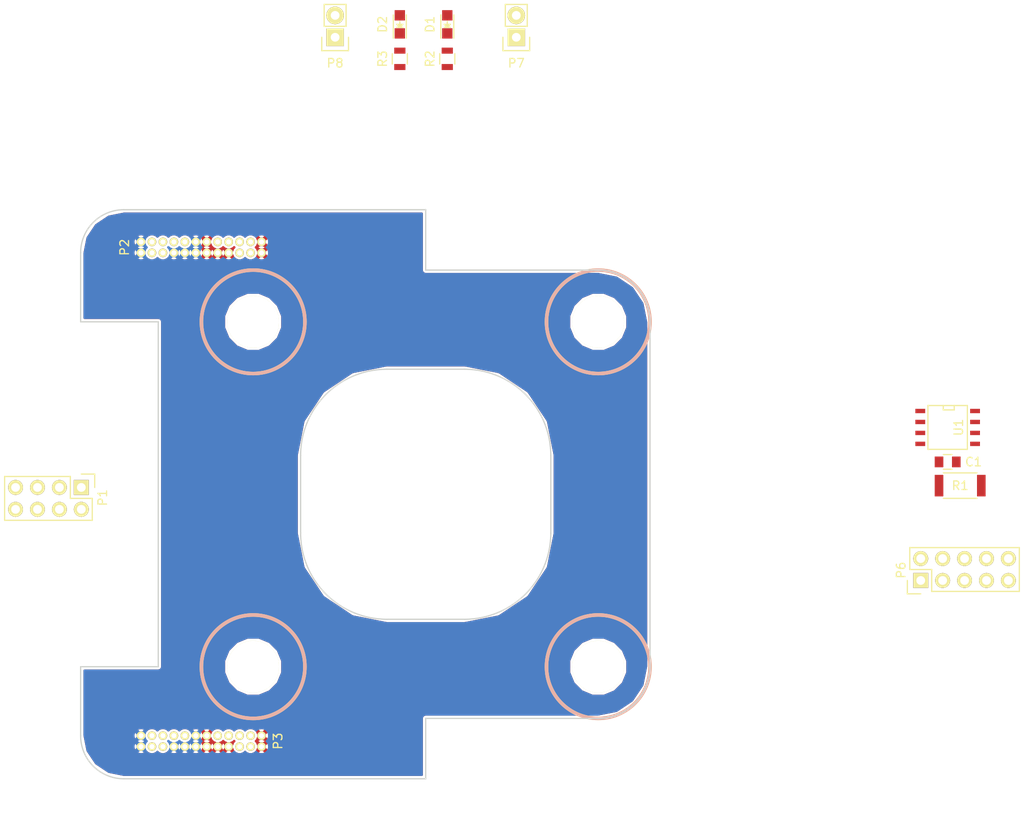
<source format=kicad_pcb>
(kicad_pcb (version 4) (host pcbnew 4.0.6+dfsg1-1)

  (general
    (links 70)
    (no_connects 56)
    (area 59.924999 66.924999 126.075001 133.075001)
    (thickness 1.6)
    (drawings 29)
    (tracks 0)
    (zones 0)
    (modules 17)
    (nets 16)
  )

  (page A4)
  (layers
    (0 F.Cu signal)
    (31 B.Cu signal)
    (32 B.Adhes user)
    (33 F.Adhes user)
    (34 B.Paste user)
    (35 F.Paste user)
    (36 B.SilkS user)
    (37 F.SilkS user)
    (38 B.Mask user)
    (39 F.Mask user)
    (40 Dwgs.User user)
    (41 Cmts.User user)
    (42 Eco1.User user)
    (43 Eco2.User user)
    (44 Edge.Cuts user)
    (45 Margin user)
    (46 B.CrtYd user)
    (47 F.CrtYd user)
    (48 B.Fab user hide)
    (49 F.Fab user hide)
  )

  (setup
    (last_trace_width 0.5)
    (user_trace_width 0.2)
    (user_trace_width 0.25)
    (user_trace_width 0.3)
    (user_trace_width 0.5)
    (user_trace_width 0.75)
    (user_trace_width 1)
    (user_trace_width 1.5)
    (user_trace_width 2)
    (trace_clearance 0.2)
    (zone_clearance 0.25)
    (zone_45_only yes)
    (trace_min 0.2)
    (segment_width 0.15)
    (edge_width 0.15)
    (via_size 1)
    (via_drill 0.5)
    (via_min_size 0.4)
    (via_min_drill 0.3)
    (user_via 0.6 0.3)
    (user_via 1 0.5)
    (uvia_size 0.3)
    (uvia_drill 0.1)
    (uvias_allowed no)
    (uvia_min_size 0.2)
    (uvia_min_drill 0.1)
    (pcb_text_width 0.3)
    (pcb_text_size 1.5 1.5)
    (mod_edge_width 0.15)
    (mod_text_size 1 1)
    (mod_text_width 0.15)
    (pad_size 6 6)
    (pad_drill 6)
    (pad_to_mask_clearance 0.15)
    (solder_mask_min_width 0.15)
    (aux_axis_origin 0 0)
    (grid_origin 100 100)
    (visible_elements FFFFEFFF)
    (pcbplotparams
      (layerselection 0x010c0_80000001)
      (usegerberextensions true)
      (excludeedgelayer true)
      (linewidth 0.100000)
      (plotframeref false)
      (viasonmask false)
      (mode 1)
      (useauxorigin false)
      (hpglpennumber 1)
      (hpglpenspeed 20)
      (hpglpendiameter 15)
      (hpglpenoverlay 2)
      (psnegative false)
      (psa4output false)
      (plotreference false)
      (plotvalue false)
      (plotinvisibletext false)
      (padsonsilk false)
      (subtractmaskfromsilk false)
      (outputformat 1)
      (mirror false)
      (drillshape 0)
      (scaleselection 1)
      (outputdirectory gerber))
  )

  (net 0 "")
  (net 1 GND)
  (net 2 /A)
  (net 3 /B)
  (net 4 /SCK)
  (net 5 /ONEWIRE)
  (net 6 +3V3)
  (net 7 "Net-(C1-Pad2)")
  (net 8 /PDO)
  (net 9 /PDI)
  (net 10 //RESET)
  (net 11 /VLANDER)
  (net 12 "Net-(D1-Pad2)")
  (net 13 "Net-(D1-Pad1)")
  (net 14 "Net-(D2-Pad2)")
  (net 15 "Net-(D2-Pad1)")

  (net_class Default "This is the default net class."
    (clearance 0.2)
    (trace_width 0.5)
    (via_dia 1)
    (via_drill 0.5)
    (uvia_dia 0.3)
    (uvia_drill 0.1)
    (add_net //RESET)
    (add_net /A)
    (add_net /B)
    (add_net /ONEWIRE)
    (add_net "Net-(C1-Pad2)")
    (add_net "Net-(D1-Pad1)")
    (add_net "Net-(D1-Pad2)")
    (add_net "Net-(D2-Pad1)")
    (add_net "Net-(D2-Pad2)")
  )

  (net_class Power ""
    (clearance 0.2)
    (trace_width 1)
    (via_dia 1)
    (via_drill 0.5)
    (uvia_dia 0.3)
    (uvia_drill 0.1)
    (add_net +3V3)
    (add_net /VLANDER)
    (add_net GND)
  )

  (net_class Setup ""
    (clearance 0.2)
    (trace_width 0.2)
    (via_dia 0.6)
    (via_drill 0.3)
    (uvia_dia 0.3)
    (uvia_drill 0.1)
    (add_net /PDI)
    (add_net /PDO)
    (add_net /SCK)
  )

  (module SCUBE:6mm_NPTH (layer F.Cu) (tedit 58EE85C8) (tstamp 58EE86D4)
    (at 80 80)
    (fp_text reference REF** (at 0 7) (layer F.SilkS) hide
      (effects (font (size 1 1) (thickness 0.15)))
    )
    (fp_text value 6mm_NPTH (at 0 -7) (layer F.Fab) hide
      (effects (font (size 1 1) (thickness 0.15)))
    )
    (fp_circle (center 0 0) (end 6 0) (layer B.SilkS) (width 0.41))
    (fp_circle (center 0 0) (end 6 0) (layer F.SilkS) (width 0.41))
    (fp_circle (center 0 0) (end 6 0) (layer B.CrtYd) (width 0.41))
    (fp_circle (center 0 0) (end 6 0) (layer F.CrtYd) (width 0.41))
    (pad "" np_thru_hole circle (at 0 0) (size 6 6) (drill 6) (layers *.Cu *.Mask F.SilkS))
  )

  (module SCUBE:6mm_NPTH (layer F.Cu) (tedit 58EE85C8) (tstamp 58EE86CC)
    (at 80 120)
    (fp_text reference REF** (at 0 7) (layer F.SilkS) hide
      (effects (font (size 1 1) (thickness 0.15)))
    )
    (fp_text value 6mm_NPTH (at 0 -7) (layer F.Fab) hide
      (effects (font (size 1 1) (thickness 0.15)))
    )
    (fp_circle (center 0 0) (end 6 0) (layer B.SilkS) (width 0.41))
    (fp_circle (center 0 0) (end 6 0) (layer F.SilkS) (width 0.41))
    (fp_circle (center 0 0) (end 6 0) (layer B.CrtYd) (width 0.41))
    (fp_circle (center 0 0) (end 6 0) (layer F.CrtYd) (width 0.41))
    (pad "" np_thru_hole circle (at 0 0) (size 6 6) (drill 6) (layers *.Cu *.Mask F.SilkS))
  )

  (module SCUBE:6mm_NPTH (layer F.Cu) (tedit 58EE85C8) (tstamp 58EE86B2)
    (at 120 120)
    (fp_text reference REF** (at 0 7) (layer F.SilkS) hide
      (effects (font (size 1 1) (thickness 0.15)))
    )
    (fp_text value 6mm_NPTH (at 0 -7) (layer F.Fab) hide
      (effects (font (size 1 1) (thickness 0.15)))
    )
    (fp_circle (center 0 0) (end 6 0) (layer B.SilkS) (width 0.41))
    (fp_circle (center 0 0) (end 6 0) (layer F.SilkS) (width 0.41))
    (fp_circle (center 0 0) (end 6 0) (layer B.CrtYd) (width 0.41))
    (fp_circle (center 0 0) (end 6 0) (layer F.CrtYd) (width 0.41))
    (pad "" np_thru_hole circle (at 0 0) (size 6 6) (drill 6) (layers *.Cu *.Mask F.SilkS))
  )

  (module Resistors_SMD:R_2010 (layer F.Cu) (tedit 5415D342) (tstamp 58E26E7D)
    (at 161.95 99 180)
    (descr "Resistor SMD 2010, reflow soldering, Vishay (see dcrcw.pdf)")
    (tags "resistor 2010")
    (path /58E273B2)
    (attr smd)
    (fp_text reference R1 (at 0 0 180) (layer F.SilkS)
      (effects (font (size 1 1) (thickness 0.15)))
    )
    (fp_text value 120 (at 0 2.7 180) (layer F.Fab)
      (effects (font (size 1 1) (thickness 0.15)))
    )
    (fp_line (start -3.25 -1.6) (end 3.25 -1.6) (layer F.CrtYd) (width 0.05))
    (fp_line (start -3.25 1.6) (end 3.25 1.6) (layer F.CrtYd) (width 0.05))
    (fp_line (start -3.25 -1.6) (end -3.25 1.6) (layer F.CrtYd) (width 0.05))
    (fp_line (start 3.25 -1.6) (end 3.25 1.6) (layer F.CrtYd) (width 0.05))
    (fp_line (start 1.95 1.475) (end -1.95 1.475) (layer F.SilkS) (width 0.15))
    (fp_line (start -1.95 -1.475) (end 1.95 -1.475) (layer F.SilkS) (width 0.15))
    (pad 1 smd rect (at -2.45 0 180) (size 1 2.5) (layers F.Cu F.Paste F.Mask)
      (net 6 +3V3))
    (pad 2 smd rect (at 2.45 0 180) (size 1 2.5) (layers F.Cu F.Paste F.Mask)
      (net 7 "Net-(C1-Pad2)"))
    (model Resistors_SMD.3dshapes/R_2010.wrl
      (at (xyz 0 0 0))
      (scale (xyz 1 1 1))
      (rotate (xyz 0 0 0))
    )
  )

  (module Pin_Headers:Pin_Header_Straight_2x04 (layer F.Cu) (tedit 0) (tstamp 58E25AF2)
    (at 60.08 99.21 270)
    (descr "Through hole pin header")
    (tags "pin header")
    (path /58E262F8)
    (fp_text reference P1 (at 1.19 -2.47 270) (layer F.SilkS)
      (effects (font (size 1 1) (thickness 0.15)))
    )
    (fp_text value LANDER (at 0 -3.1 270) (layer F.Fab)
      (effects (font (size 1 1) (thickness 0.15)))
    )
    (fp_line (start -1.75 -1.75) (end -1.75 9.4) (layer F.CrtYd) (width 0.05))
    (fp_line (start 4.3 -1.75) (end 4.3 9.4) (layer F.CrtYd) (width 0.05))
    (fp_line (start -1.75 -1.75) (end 4.3 -1.75) (layer F.CrtYd) (width 0.05))
    (fp_line (start -1.75 9.4) (end 4.3 9.4) (layer F.CrtYd) (width 0.05))
    (fp_line (start -1.27 1.27) (end -1.27 8.89) (layer F.SilkS) (width 0.15))
    (fp_line (start -1.27 8.89) (end 3.81 8.89) (layer F.SilkS) (width 0.15))
    (fp_line (start 3.81 8.89) (end 3.81 -1.27) (layer F.SilkS) (width 0.15))
    (fp_line (start 3.81 -1.27) (end 1.27 -1.27) (layer F.SilkS) (width 0.15))
    (fp_line (start 0 -1.55) (end -1.55 -1.55) (layer F.SilkS) (width 0.15))
    (fp_line (start 1.27 -1.27) (end 1.27 1.27) (layer F.SilkS) (width 0.15))
    (fp_line (start 1.27 1.27) (end -1.27 1.27) (layer F.SilkS) (width 0.15))
    (fp_line (start -1.55 -1.55) (end -1.55 0) (layer F.SilkS) (width 0.15))
    (pad 1 thru_hole rect (at 0 0 270) (size 1.7272 1.7272) (drill 1.016) (layers *.Cu *.Mask F.SilkS)
      (net 11 /VLANDER))
    (pad 2 thru_hole oval (at 2.54 0 270) (size 1.7272 1.7272) (drill 1.016) (layers *.Cu *.Mask F.SilkS)
      (net 11 /VLANDER))
    (pad 3 thru_hole oval (at 0 2.54 270) (size 1.7272 1.7272) (drill 1.016) (layers *.Cu *.Mask F.SilkS)
      (net 1 GND))
    (pad 4 thru_hole oval (at 2.54 2.54 270) (size 1.7272 1.7272) (drill 1.016) (layers *.Cu *.Mask F.SilkS)
      (net 1 GND))
    (pad 5 thru_hole oval (at 0 5.08 270) (size 1.7272 1.7272) (drill 1.016) (layers *.Cu *.Mask F.SilkS)
      (net 2 /A))
    (pad 6 thru_hole oval (at 2.54 5.08 270) (size 1.7272 1.7272) (drill 1.016) (layers *.Cu *.Mask F.SilkS)
      (net 2 /A))
    (pad 7 thru_hole oval (at 0 7.62 270) (size 1.7272 1.7272) (drill 1.016) (layers *.Cu *.Mask F.SilkS)
      (net 3 /B))
    (pad 8 thru_hole oval (at 2.54 7.62 270) (size 1.7272 1.7272) (drill 1.016) (layers *.Cu *.Mask F.SilkS)
      (net 3 /B))
    (model Pin_Headers.3dshapes/Pin_Header_Straight_2x04.wrl
      (at (xyz 0.05 -0.15 0))
      (scale (xyz 1 1 1))
      (rotate (xyz 0 0 90))
    )
  )

  (module Pin_Headers:Pin_Header_Straight_2x05 (layer F.Cu) (tedit 0) (tstamp 58E25B69)
    (at 157.38 110 90)
    (descr "Through hole pin header")
    (tags "pin header")
    (path /58E2654F)
    (fp_text reference P6 (at 1.19 -2.28 90) (layer F.SilkS)
      (effects (font (size 1 1) (thickness 0.15)))
    )
    (fp_text value PROG (at 0 -3.1 90) (layer F.Fab)
      (effects (font (size 1 1) (thickness 0.15)))
    )
    (fp_line (start -1.75 -1.75) (end -1.75 11.95) (layer F.CrtYd) (width 0.05))
    (fp_line (start 4.3 -1.75) (end 4.3 11.95) (layer F.CrtYd) (width 0.05))
    (fp_line (start -1.75 -1.75) (end 4.3 -1.75) (layer F.CrtYd) (width 0.05))
    (fp_line (start -1.75 11.95) (end 4.3 11.95) (layer F.CrtYd) (width 0.05))
    (fp_line (start 3.81 -1.27) (end 3.81 11.43) (layer F.SilkS) (width 0.15))
    (fp_line (start 3.81 11.43) (end -1.27 11.43) (layer F.SilkS) (width 0.15))
    (fp_line (start -1.27 11.43) (end -1.27 1.27) (layer F.SilkS) (width 0.15))
    (fp_line (start 3.81 -1.27) (end 1.27 -1.27) (layer F.SilkS) (width 0.15))
    (fp_line (start 0 -1.55) (end -1.55 -1.55) (layer F.SilkS) (width 0.15))
    (fp_line (start 1.27 -1.27) (end 1.27 1.27) (layer F.SilkS) (width 0.15))
    (fp_line (start 1.27 1.27) (end -1.27 1.27) (layer F.SilkS) (width 0.15))
    (fp_line (start -1.55 -1.55) (end -1.55 0) (layer F.SilkS) (width 0.15))
    (pad 1 thru_hole rect (at 0 0 90) (size 1.7272 1.7272) (drill 1.016) (layers *.Cu *.Mask F.SilkS)
      (net 8 /PDO))
    (pad 2 thru_hole oval (at 2.54 0 90) (size 1.7272 1.7272) (drill 1.016) (layers *.Cu *.Mask F.SilkS)
      (net 8 /PDO))
    (pad 3 thru_hole oval (at 0 2.54 90) (size 1.7272 1.7272) (drill 1.016) (layers *.Cu *.Mask F.SilkS)
      (net 9 /PDI))
    (pad 4 thru_hole oval (at 2.54 2.54 90) (size 1.7272 1.7272) (drill 1.016) (layers *.Cu *.Mask F.SilkS)
      (net 9 /PDI))
    (pad 5 thru_hole oval (at 0 5.08 90) (size 1.7272 1.7272) (drill 1.016) (layers *.Cu *.Mask F.SilkS)
      (net 4 /SCK))
    (pad 6 thru_hole oval (at 2.54 5.08 90) (size 1.7272 1.7272) (drill 1.016) (layers *.Cu *.Mask F.SilkS)
      (net 4 /SCK))
    (pad 7 thru_hole oval (at 0 7.62 90) (size 1.7272 1.7272) (drill 1.016) (layers *.Cu *.Mask F.SilkS)
      (net 6 +3V3))
    (pad 8 thru_hole oval (at 2.54 7.62 90) (size 1.7272 1.7272) (drill 1.016) (layers *.Cu *.Mask F.SilkS)
      (net 6 +3V3))
    (pad 9 thru_hole oval (at 0 10.16 90) (size 1.7272 1.7272) (drill 1.016) (layers *.Cu *.Mask F.SilkS)
      (net 10 //RESET))
    (pad 10 thru_hole oval (at 2.54 10.16 90) (size 1.7272 1.7272) (drill 1.016) (layers *.Cu *.Mask F.SilkS)
      (net 10 //RESET))
    (model Pin_Headers.3dshapes/Pin_Header_Straight_2x05.wrl
      (at (xyz 0.05 -0.2 0))
      (scale (xyz 1 1 1))
      (rotate (xyz 0 0 90))
    )
  )

  (module SMD_Packages:SOIC-8-N (layer F.Cu) (tedit 0) (tstamp 58E26E89)
    (at 160.5 92.25 270)
    (descr "Module Narrow CMS SOJ 8 pins large")
    (tags "CMS SOJ")
    (path /58E26C10)
    (attr smd)
    (fp_text reference U1 (at 0 -1.27 270) (layer F.SilkS)
      (effects (font (size 1 1) (thickness 0.15)))
    )
    (fp_text value DS18B20Z (at 0 1.27 270) (layer F.Fab)
      (effects (font (size 1 1) (thickness 0.15)))
    )
    (fp_line (start -2.54 -2.286) (end 2.54 -2.286) (layer F.SilkS) (width 0.15))
    (fp_line (start 2.54 -2.286) (end 2.54 2.286) (layer F.SilkS) (width 0.15))
    (fp_line (start 2.54 2.286) (end -2.54 2.286) (layer F.SilkS) (width 0.15))
    (fp_line (start -2.54 2.286) (end -2.54 -2.286) (layer F.SilkS) (width 0.15))
    (fp_line (start -2.54 -0.762) (end -2.032 -0.762) (layer F.SilkS) (width 0.15))
    (fp_line (start -2.032 -0.762) (end -2.032 0.508) (layer F.SilkS) (width 0.15))
    (fp_line (start -2.032 0.508) (end -2.54 0.508) (layer F.SilkS) (width 0.15))
    (pad 8 smd rect (at -1.905 -3.175 270) (size 0.508 1.143) (layers F.Cu F.Paste F.Mask))
    (pad 7 smd rect (at -0.635 -3.175 270) (size 0.508 1.143) (layers F.Cu F.Paste F.Mask))
    (pad 6 smd rect (at 0.635 -3.175 270) (size 0.508 1.143) (layers F.Cu F.Paste F.Mask))
    (pad 5 smd rect (at 1.905 -3.175 270) (size 0.508 1.143) (layers F.Cu F.Paste F.Mask)
      (net 1 GND))
    (pad 4 smd rect (at 1.905 3.175 270) (size 0.508 1.143) (layers F.Cu F.Paste F.Mask)
      (net 5 /ONEWIRE))
    (pad 3 smd rect (at 0.635 3.175 270) (size 0.508 1.143) (layers F.Cu F.Paste F.Mask)
      (net 7 "Net-(C1-Pad2)"))
    (pad 2 smd rect (at -0.635 3.175 270) (size 0.508 1.143) (layers F.Cu F.Paste F.Mask))
    (pad 1 smd rect (at -1.905 3.175 270) (size 0.508 1.143) (layers F.Cu F.Paste F.Mask))
    (model SMD_Packages.3dshapes/SOIC-8-N.wrl
      (at (xyz 0 0 0))
      (scale (xyz 0.5 0.38 0.5))
      (rotate (xyz 0 0 0))
    )
  )

  (module Capacitors_SMD:C_0805 (layer F.Cu) (tedit 5415D6EA) (tstamp 58E26E8F)
    (at 160.5 96.25 180)
    (descr "Capacitor SMD 0805, reflow soldering, AVX (see smccp.pdf)")
    (tags "capacitor 0805")
    (path /58E27456)
    (attr smd)
    (fp_text reference C1 (at -3 0 180) (layer F.SilkS)
      (effects (font (size 1 1) (thickness 0.15)))
    )
    (fp_text value 10u (at 0 2.1 180) (layer F.Fab)
      (effects (font (size 1 1) (thickness 0.15)))
    )
    (fp_line (start -1.8 -1) (end 1.8 -1) (layer F.CrtYd) (width 0.05))
    (fp_line (start -1.8 1) (end 1.8 1) (layer F.CrtYd) (width 0.05))
    (fp_line (start -1.8 -1) (end -1.8 1) (layer F.CrtYd) (width 0.05))
    (fp_line (start 1.8 -1) (end 1.8 1) (layer F.CrtYd) (width 0.05))
    (fp_line (start 0.5 -0.85) (end -0.5 -0.85) (layer F.SilkS) (width 0.15))
    (fp_line (start -0.5 0.85) (end 0.5 0.85) (layer F.SilkS) (width 0.15))
    (pad 1 smd rect (at -1 0 180) (size 1 1.25) (layers F.Cu F.Paste F.Mask)
      (net 1 GND))
    (pad 2 smd rect (at 1 0 180) (size 1 1.25) (layers F.Cu F.Paste F.Mask)
      (net 7 "Net-(C1-Pad2)"))
    (model Capacitors_SMD.3dshapes/C_0805.wrl
      (at (xyz 0 0 0))
      (scale (xyz 1 1 1))
      (rotate (xyz 0 0 0))
    )
  )

  (module SCUBE:6mm_NPTH (layer F.Cu) (tedit 58EE85C8) (tstamp 58EE86A4)
    (at 120 80)
    (fp_text reference REF** (at 0 7) (layer F.SilkS) hide
      (effects (font (size 1 1) (thickness 0.15)))
    )
    (fp_text value 6mm_NPTH (at 0 -7) (layer F.Fab) hide
      (effects (font (size 1 1) (thickness 0.15)))
    )
    (fp_circle (center 0 0) (end 6 0) (layer B.SilkS) (width 0.41))
    (fp_circle (center 0 0) (end 6 0) (layer F.SilkS) (width 0.41))
    (fp_circle (center 0 0) (end 6 0) (layer B.CrtYd) (width 0.41))
    (fp_circle (center 0 0) (end 6 0) (layer F.CrtYd) (width 0.41))
    (pad "" np_thru_hole circle (at 0 0) (size 6 6) (drill 6) (layers *.Cu *.Mask F.SilkS))
  )

  (module LEDs:LED_0805 (layer F.Cu) (tedit 55BDE1C2) (tstamp 5900FCAE)
    (at 102.5 45.5 90)
    (descr "LED 0805 smd package")
    (tags "LED 0805 SMD")
    (path /5900F901)
    (attr smd)
    (fp_text reference D1 (at 0 -2 90) (layer F.SilkS)
      (effects (font (size 1 1) (thickness 0.15)))
    )
    (fp_text value LED (at 0 1.75 90) (layer F.Fab)
      (effects (font (size 1 1) (thickness 0.15)))
    )
    (fp_line (start -1.6 0.75) (end 1.1 0.75) (layer F.SilkS) (width 0.15))
    (fp_line (start -1.6 -0.75) (end 1.1 -0.75) (layer F.SilkS) (width 0.15))
    (fp_line (start -0.1 0.15) (end -0.1 -0.1) (layer F.SilkS) (width 0.15))
    (fp_line (start -0.1 -0.1) (end -0.25 0.05) (layer F.SilkS) (width 0.15))
    (fp_line (start -0.35 -0.35) (end -0.35 0.35) (layer F.SilkS) (width 0.15))
    (fp_line (start 0 0) (end 0.35 0) (layer F.SilkS) (width 0.15))
    (fp_line (start -0.35 0) (end 0 -0.35) (layer F.SilkS) (width 0.15))
    (fp_line (start 0 -0.35) (end 0 0.35) (layer F.SilkS) (width 0.15))
    (fp_line (start 0 0.35) (end -0.35 0) (layer F.SilkS) (width 0.15))
    (fp_line (start 1.9 -0.95) (end 1.9 0.95) (layer F.CrtYd) (width 0.05))
    (fp_line (start 1.9 0.95) (end -1.9 0.95) (layer F.CrtYd) (width 0.05))
    (fp_line (start -1.9 0.95) (end -1.9 -0.95) (layer F.CrtYd) (width 0.05))
    (fp_line (start -1.9 -0.95) (end 1.9 -0.95) (layer F.CrtYd) (width 0.05))
    (pad 2 smd rect (at 1.04902 0 270) (size 1.19888 1.19888) (layers F.Cu F.Paste F.Mask)
      (net 12 "Net-(D1-Pad2)"))
    (pad 1 smd rect (at -1.04902 0 270) (size 1.19888 1.19888) (layers F.Cu F.Paste F.Mask)
      (net 13 "Net-(D1-Pad1)"))
    (model LEDs.3dshapes/LED_0805.wrl
      (at (xyz 0 0 0))
      (scale (xyz 1 1 1))
      (rotate (xyz 0 0 0))
    )
  )

  (module LEDs:LED_0805 (layer F.Cu) (tedit 55BDE1C2) (tstamp 5900FCB4)
    (at 97 45.5 90)
    (descr "LED 0805 smd package")
    (tags "LED 0805 SMD")
    (path /59010028)
    (attr smd)
    (fp_text reference D2 (at 0 -2 90) (layer F.SilkS)
      (effects (font (size 1 1) (thickness 0.15)))
    )
    (fp_text value LED (at 0 1.75 90) (layer F.Fab)
      (effects (font (size 1 1) (thickness 0.15)))
    )
    (fp_line (start -1.6 0.75) (end 1.1 0.75) (layer F.SilkS) (width 0.15))
    (fp_line (start -1.6 -0.75) (end 1.1 -0.75) (layer F.SilkS) (width 0.15))
    (fp_line (start -0.1 0.15) (end -0.1 -0.1) (layer F.SilkS) (width 0.15))
    (fp_line (start -0.1 -0.1) (end -0.25 0.05) (layer F.SilkS) (width 0.15))
    (fp_line (start -0.35 -0.35) (end -0.35 0.35) (layer F.SilkS) (width 0.15))
    (fp_line (start 0 0) (end 0.35 0) (layer F.SilkS) (width 0.15))
    (fp_line (start -0.35 0) (end 0 -0.35) (layer F.SilkS) (width 0.15))
    (fp_line (start 0 -0.35) (end 0 0.35) (layer F.SilkS) (width 0.15))
    (fp_line (start 0 0.35) (end -0.35 0) (layer F.SilkS) (width 0.15))
    (fp_line (start 1.9 -0.95) (end 1.9 0.95) (layer F.CrtYd) (width 0.05))
    (fp_line (start 1.9 0.95) (end -1.9 0.95) (layer F.CrtYd) (width 0.05))
    (fp_line (start -1.9 0.95) (end -1.9 -0.95) (layer F.CrtYd) (width 0.05))
    (fp_line (start -1.9 -0.95) (end 1.9 -0.95) (layer F.CrtYd) (width 0.05))
    (pad 2 smd rect (at 1.04902 0 270) (size 1.19888 1.19888) (layers F.Cu F.Paste F.Mask)
      (net 14 "Net-(D2-Pad2)"))
    (pad 1 smd rect (at -1.04902 0 270) (size 1.19888 1.19888) (layers F.Cu F.Paste F.Mask)
      (net 15 "Net-(D2-Pad1)"))
    (model LEDs.3dshapes/LED_0805.wrl
      (at (xyz 0 0 0))
      (scale (xyz 1 1 1))
      (rotate (xyz 0 0 0))
    )
  )

  (module Pin_Headers:Pin_Header_Straight_1x02 (layer F.Cu) (tedit 54EA090C) (tstamp 5900FCBA)
    (at 110.5 47 180)
    (descr "Through hole pin header")
    (tags "pin header")
    (path /5900F7A8)
    (fp_text reference P7 (at 0 -3 180) (layer F.SilkS)
      (effects (font (size 1 1) (thickness 0.15)))
    )
    (fp_text value CONN_01X02 (at 0 -3.1 180) (layer F.Fab)
      (effects (font (size 1 1) (thickness 0.15)))
    )
    (fp_line (start 1.27 1.27) (end 1.27 3.81) (layer F.SilkS) (width 0.15))
    (fp_line (start 1.55 -1.55) (end 1.55 0) (layer F.SilkS) (width 0.15))
    (fp_line (start -1.75 -1.75) (end -1.75 4.3) (layer F.CrtYd) (width 0.05))
    (fp_line (start 1.75 -1.75) (end 1.75 4.3) (layer F.CrtYd) (width 0.05))
    (fp_line (start -1.75 -1.75) (end 1.75 -1.75) (layer F.CrtYd) (width 0.05))
    (fp_line (start -1.75 4.3) (end 1.75 4.3) (layer F.CrtYd) (width 0.05))
    (fp_line (start 1.27 1.27) (end -1.27 1.27) (layer F.SilkS) (width 0.15))
    (fp_line (start -1.55 0) (end -1.55 -1.55) (layer F.SilkS) (width 0.15))
    (fp_line (start -1.55 -1.55) (end 1.55 -1.55) (layer F.SilkS) (width 0.15))
    (fp_line (start -1.27 1.27) (end -1.27 3.81) (layer F.SilkS) (width 0.15))
    (fp_line (start -1.27 3.81) (end 1.27 3.81) (layer F.SilkS) (width 0.15))
    (pad 1 thru_hole rect (at 0 0 180) (size 2.032 2.032) (drill 1.016) (layers *.Cu *.Mask F.SilkS)
      (net 6 +3V3))
    (pad 2 thru_hole oval (at 0 2.54 180) (size 2.032 2.032) (drill 1.016) (layers *.Cu *.Mask F.SilkS)
      (net 12 "Net-(D1-Pad2)"))
    (model Pin_Headers.3dshapes/Pin_Header_Straight_1x02.wrl
      (at (xyz 0 -0.05 0))
      (scale (xyz 1 1 1))
      (rotate (xyz 0 0 90))
    )
  )

  (module Pin_Headers:Pin_Header_Straight_1x02 (layer F.Cu) (tedit 54EA090C) (tstamp 5900FCC0)
    (at 89.5 47 180)
    (descr "Through hole pin header")
    (tags "pin header")
    (path /59010021)
    (fp_text reference P8 (at 0 -3 180) (layer F.SilkS)
      (effects (font (size 1 1) (thickness 0.15)))
    )
    (fp_text value CONN_01X02 (at 0 -3.1 180) (layer F.Fab)
      (effects (font (size 1 1) (thickness 0.15)))
    )
    (fp_line (start 1.27 1.27) (end 1.27 3.81) (layer F.SilkS) (width 0.15))
    (fp_line (start 1.55 -1.55) (end 1.55 0) (layer F.SilkS) (width 0.15))
    (fp_line (start -1.75 -1.75) (end -1.75 4.3) (layer F.CrtYd) (width 0.05))
    (fp_line (start 1.75 -1.75) (end 1.75 4.3) (layer F.CrtYd) (width 0.05))
    (fp_line (start -1.75 -1.75) (end 1.75 -1.75) (layer F.CrtYd) (width 0.05))
    (fp_line (start -1.75 4.3) (end 1.75 4.3) (layer F.CrtYd) (width 0.05))
    (fp_line (start 1.27 1.27) (end -1.27 1.27) (layer F.SilkS) (width 0.15))
    (fp_line (start -1.55 0) (end -1.55 -1.55) (layer F.SilkS) (width 0.15))
    (fp_line (start -1.55 -1.55) (end 1.55 -1.55) (layer F.SilkS) (width 0.15))
    (fp_line (start -1.27 1.27) (end -1.27 3.81) (layer F.SilkS) (width 0.15))
    (fp_line (start -1.27 3.81) (end 1.27 3.81) (layer F.SilkS) (width 0.15))
    (pad 1 thru_hole rect (at 0 0 180) (size 2.032 2.032) (drill 1.016) (layers *.Cu *.Mask F.SilkS)
      (net 11 /VLANDER))
    (pad 2 thru_hole oval (at 0 2.54 180) (size 2.032 2.032) (drill 1.016) (layers *.Cu *.Mask F.SilkS)
      (net 14 "Net-(D2-Pad2)"))
    (model Pin_Headers.3dshapes/Pin_Header_Straight_1x02.wrl
      (at (xyz 0 -0.05 0))
      (scale (xyz 1 1 1))
      (rotate (xyz 0 0 90))
    )
  )

  (module Resistors_SMD:R_0805 (layer F.Cu) (tedit 5415CDEB) (tstamp 5900FCC6)
    (at 102.5 49.5 270)
    (descr "Resistor SMD 0805, reflow soldering, Vishay (see dcrcw.pdf)")
    (tags "resistor 0805")
    (path /5900F94A)
    (attr smd)
    (fp_text reference R2 (at 0 2 270) (layer F.SilkS)
      (effects (font (size 1 1) (thickness 0.15)))
    )
    (fp_text value 1k3 (at 0 2.1 270) (layer F.Fab)
      (effects (font (size 1 1) (thickness 0.15)))
    )
    (fp_line (start -1.6 -1) (end 1.6 -1) (layer F.CrtYd) (width 0.05))
    (fp_line (start -1.6 1) (end 1.6 1) (layer F.CrtYd) (width 0.05))
    (fp_line (start -1.6 -1) (end -1.6 1) (layer F.CrtYd) (width 0.05))
    (fp_line (start 1.6 -1) (end 1.6 1) (layer F.CrtYd) (width 0.05))
    (fp_line (start 0.6 0.875) (end -0.6 0.875) (layer F.SilkS) (width 0.15))
    (fp_line (start -0.6 -0.875) (end 0.6 -0.875) (layer F.SilkS) (width 0.15))
    (pad 1 smd rect (at -0.95 0 270) (size 0.7 1.3) (layers F.Cu F.Paste F.Mask)
      (net 13 "Net-(D1-Pad1)"))
    (pad 2 smd rect (at 0.95 0 270) (size 0.7 1.3) (layers F.Cu F.Paste F.Mask)
      (net 1 GND))
    (model Resistors_SMD.3dshapes/R_0805.wrl
      (at (xyz 0 0 0))
      (scale (xyz 1 1 1))
      (rotate (xyz 0 0 0))
    )
  )

  (module Resistors_SMD:R_0805 (layer F.Cu) (tedit 5415CDEB) (tstamp 5900FCCC)
    (at 97 49.5 270)
    (descr "Resistor SMD 0805, reflow soldering, Vishay (see dcrcw.pdf)")
    (tags "resistor 0805")
    (path /5901002E)
    (attr smd)
    (fp_text reference R3 (at 0 2 270) (layer F.SilkS)
      (effects (font (size 1 1) (thickness 0.15)))
    )
    (fp_text value 22k (at 0 2.1 270) (layer F.Fab)
      (effects (font (size 1 1) (thickness 0.15)))
    )
    (fp_line (start -1.6 -1) (end 1.6 -1) (layer F.CrtYd) (width 0.05))
    (fp_line (start -1.6 1) (end 1.6 1) (layer F.CrtYd) (width 0.05))
    (fp_line (start -1.6 -1) (end -1.6 1) (layer F.CrtYd) (width 0.05))
    (fp_line (start 1.6 -1) (end 1.6 1) (layer F.CrtYd) (width 0.05))
    (fp_line (start 0.6 0.875) (end -0.6 0.875) (layer F.SilkS) (width 0.15))
    (fp_line (start -0.6 -0.875) (end 0.6 -0.875) (layer F.SilkS) (width 0.15))
    (pad 1 smd rect (at -0.95 0 270) (size 0.7 1.3) (layers F.Cu F.Paste F.Mask)
      (net 15 "Net-(D2-Pad1)"))
    (pad 2 smd rect (at 0.95 0 270) (size 0.7 1.3) (layers F.Cu F.Paste F.Mask)
      (net 1 GND))
    (model Resistors_SMD.3dshapes/R_0805.wrl
      (at (xyz 0 0 0))
      (scale (xyz 1 1 1))
      (rotate (xyz 0 0 0))
    )
  )

  (module SCUBE:FTSH-112-04-L-D-RA locked (layer F.Cu) (tedit 58D4286D) (tstamp 599499F2)
    (at 73.985 71.365)
    (path /59949B40)
    (fp_text reference P2 (at -8.89 0 90) (layer F.SilkS)
      (effects (font (size 1 1) (thickness 0.15)))
    )
    (fp_text value CONN_02X12 (at 1.27 2.54) (layer F.Fab)
      (effects (font (size 1 1) (thickness 0.15)))
    )
    (fp_line (start -6.985 0.635) (end -6.985 -8.255) (layer F.CrtYd) (width 0.41))
    (fp_line (start -7.58 -1.905) (end -7.58 -4.415) (layer F.CrtYd) (width 0.2))
    (fp_line (start 7.58 -1.905) (end -7.58 -1.905) (layer F.CrtYd) (width 0.2))
    (fp_line (start 7.58 -4.415) (end 7.58 -1.905) (layer F.CrtYd) (width 0.2))
    (fp_line (start -7.58 -4.415) (end 7.58 -4.415) (layer F.CrtYd) (width 0.2))
    (fp_line (start -5.715 0.635) (end -5.715 -8.255) (layer F.CrtYd) (width 0.41))
    (fp_line (start -4.445 0.635) (end -4.445 -8.255) (layer F.CrtYd) (width 0.41))
    (fp_line (start -3.175 0.635) (end -3.175 -8.255) (layer F.CrtYd) (width 0.41))
    (fp_line (start -1.905 0.635) (end -1.905 -8.255) (layer F.CrtYd) (width 0.41))
    (fp_line (start -0.635 0.635) (end -0.635 -8.255) (layer F.CrtYd) (width 0.41))
    (fp_line (start 0.635 0.635) (end 0.635 -8.255) (layer F.CrtYd) (width 0.41))
    (fp_line (start 1.905 0.635) (end 1.905 -8.255) (layer F.CrtYd) (width 0.41))
    (fp_line (start 3.175 0.635) (end 3.175 -8.255) (layer F.CrtYd) (width 0.41))
    (fp_line (start 4.445 0.635) (end 4.445 -8.255) (layer F.CrtYd) (width 0.41))
    (fp_line (start 5.715 0.635) (end 5.715 -8.255) (layer F.CrtYd) (width 0.41))
    (fp_line (start 6.985 0.635) (end 6.985 -8.255) (layer F.CrtYd) (width 0.41))
    (pad 1 thru_hole circle (at -6.985 0.635) (size 1 1) (drill 0.6) (layers *.Cu *.Mask F.SilkS)
      (net 11 /VLANDER))
    (pad 2 thru_hole circle (at -6.985 -0.635) (size 1 1) (drill 0.6) (layers *.Cu *.Mask F.SilkS)
      (net 11 /VLANDER))
    (pad 3 thru_hole circle (at -5.715 0.635) (size 1 1) (drill 0.6) (layers *.Cu *.Mask F.SilkS)
      (net 6 +3V3))
    (pad 4 thru_hole circle (at -5.715 -0.635) (size 1 1) (drill 0.6) (layers *.Cu *.Mask F.SilkS)
      (net 6 +3V3))
    (pad 5 thru_hole circle (at -4.445 0.635) (size 1 1) (drill 0.6) (layers *.Cu *.Mask F.SilkS)
      (net 5 /ONEWIRE))
    (pad 6 thru_hole circle (at -4.445 -0.635) (size 1 1) (drill 0.6) (layers *.Cu *.Mask F.SilkS)
      (net 5 /ONEWIRE))
    (pad 7 thru_hole circle (at -3.175 0.635) (size 1 1) (drill 0.6) (layers *.Cu *.Mask F.SilkS)
      (net 9 /PDI))
    (pad 8 thru_hole circle (at -3.175 -0.635) (size 1 1) (drill 0.6) (layers *.Cu *.Mask F.SilkS)
      (net 11 /VLANDER))
    (pad 9 thru_hole circle (at -1.905 0.635) (size 1 1) (drill 0.6) (layers *.Cu *.Mask F.SilkS)
      (net 8 /PDO))
    (pad 10 thru_hole circle (at -1.905 -0.635) (size 1 1) (drill 0.6) (layers *.Cu *.Mask F.SilkS)
      (net 11 /VLANDER))
    (pad 11 thru_hole circle (at -0.635 0.635) (size 1 1) (drill 0.6) (layers *.Cu *.Mask F.SilkS)
      (net 11 /VLANDER))
    (pad 12 thru_hole circle (at -0.635 -0.635) (size 1 1) (drill 0.6) (layers *.Cu *.Mask F.SilkS)
      (net 11 /VLANDER))
    (pad 13 thru_hole circle (at 0.635 0.635) (size 1 1) (drill 0.6) (layers *.Cu *.Mask F.SilkS)
      (net 1 GND))
    (pad 14 thru_hole circle (at 0.635 -0.635) (size 1 1) (drill 0.6) (layers *.Cu *.Mask F.SilkS)
      (net 1 GND))
    (pad 15 thru_hole circle (at 1.905 0.635) (size 1 1) (drill 0.6) (layers *.Cu *.Mask F.SilkS)
      (net 4 /SCK))
    (pad 16 thru_hole circle (at 1.905 -0.635) (size 1 1) (drill 0.6) (layers *.Cu *.Mask F.SilkS)
      (net 1 GND))
    (pad 17 thru_hole circle (at 3.175 0.635) (size 1 1) (drill 0.6) (layers *.Cu *.Mask F.SilkS)
      (net 10 //RESET))
    (pad 18 thru_hole circle (at 3.175 -0.635) (size 1 1) (drill 0.6) (layers *.Cu *.Mask F.SilkS)
      (net 1 GND))
    (pad 19 thru_hole circle (at 4.445 0.635) (size 1 1) (drill 0.6) (layers *.Cu *.Mask F.SilkS)
      (net 3 /B))
    (pad 20 thru_hole circle (at 4.445 -0.635) (size 1 1) (drill 0.6) (layers *.Cu *.Mask F.SilkS)
      (net 3 /B))
    (pad 21 thru_hole circle (at 5.715 0.635) (size 1 1) (drill 0.6) (layers *.Cu *.Mask F.SilkS)
      (net 2 /A))
    (pad 22 thru_hole circle (at 5.715 -0.635) (size 1 1) (drill 0.6) (layers *.Cu *.Mask F.SilkS)
      (net 2 /A))
    (pad 23 thru_hole circle (at 6.985 0.635) (size 1 1) (drill 0.6) (layers *.Cu *.Mask F.SilkS)
      (net 1 GND))
    (pad 24 thru_hole circle (at 6.985 -0.635) (size 1 1) (drill 0.6) (layers *.Cu *.Mask F.SilkS)
      (net 1 GND))
  )

  (module SCUBE:FTSH-112-04-L-D-RA locked (layer F.Cu) (tedit 58D4286D) (tstamp 59949B38)
    (at 73.985 128.635 180)
    (path /5994AE2F)
    (fp_text reference P3 (at -8.89 0 270) (layer F.SilkS)
      (effects (font (size 1 1) (thickness 0.15)))
    )
    (fp_text value CONN_02X12 (at 1.27 2.54 180) (layer F.Fab)
      (effects (font (size 1 1) (thickness 0.15)))
    )
    (fp_line (start -6.985 0.635) (end -6.985 -8.255) (layer F.CrtYd) (width 0.41))
    (fp_line (start -7.58 -1.905) (end -7.58 -4.415) (layer F.CrtYd) (width 0.2))
    (fp_line (start 7.58 -1.905) (end -7.58 -1.905) (layer F.CrtYd) (width 0.2))
    (fp_line (start 7.58 -4.415) (end 7.58 -1.905) (layer F.CrtYd) (width 0.2))
    (fp_line (start -7.58 -4.415) (end 7.58 -4.415) (layer F.CrtYd) (width 0.2))
    (fp_line (start -5.715 0.635) (end -5.715 -8.255) (layer F.CrtYd) (width 0.41))
    (fp_line (start -4.445 0.635) (end -4.445 -8.255) (layer F.CrtYd) (width 0.41))
    (fp_line (start -3.175 0.635) (end -3.175 -8.255) (layer F.CrtYd) (width 0.41))
    (fp_line (start -1.905 0.635) (end -1.905 -8.255) (layer F.CrtYd) (width 0.41))
    (fp_line (start -0.635 0.635) (end -0.635 -8.255) (layer F.CrtYd) (width 0.41))
    (fp_line (start 0.635 0.635) (end 0.635 -8.255) (layer F.CrtYd) (width 0.41))
    (fp_line (start 1.905 0.635) (end 1.905 -8.255) (layer F.CrtYd) (width 0.41))
    (fp_line (start 3.175 0.635) (end 3.175 -8.255) (layer F.CrtYd) (width 0.41))
    (fp_line (start 4.445 0.635) (end 4.445 -8.255) (layer F.CrtYd) (width 0.41))
    (fp_line (start 5.715 0.635) (end 5.715 -8.255) (layer F.CrtYd) (width 0.41))
    (fp_line (start 6.985 0.635) (end 6.985 -8.255) (layer F.CrtYd) (width 0.41))
    (pad 1 thru_hole circle (at -6.985 0.635 180) (size 1 1) (drill 0.6) (layers *.Cu *.Mask F.SilkS)
      (net 1 GND))
    (pad 2 thru_hole circle (at -6.985 -0.635 180) (size 1 1) (drill 0.6) (layers *.Cu *.Mask F.SilkS)
      (net 1 GND))
    (pad 3 thru_hole circle (at -5.715 0.635 180) (size 1 1) (drill 0.6) (layers *.Cu *.Mask F.SilkS)
      (net 2 /A))
    (pad 4 thru_hole circle (at -5.715 -0.635 180) (size 1 1) (drill 0.6) (layers *.Cu *.Mask F.SilkS)
      (net 2 /A))
    (pad 5 thru_hole circle (at -4.445 0.635 180) (size 1 1) (drill 0.6) (layers *.Cu *.Mask F.SilkS)
      (net 3 /B))
    (pad 6 thru_hole circle (at -4.445 -0.635 180) (size 1 1) (drill 0.6) (layers *.Cu *.Mask F.SilkS)
      (net 3 /B))
    (pad 7 thru_hole circle (at -3.175 0.635 180) (size 1 1) (drill 0.6) (layers *.Cu *.Mask F.SilkS)
      (net 1 GND))
    (pad 8 thru_hole circle (at -3.175 -0.635 180) (size 1 1) (drill 0.6) (layers *.Cu *.Mask F.SilkS)
      (net 10 //RESET))
    (pad 9 thru_hole circle (at -1.905 0.635 180) (size 1 1) (drill 0.6) (layers *.Cu *.Mask F.SilkS)
      (net 1 GND))
    (pad 10 thru_hole circle (at -1.905 -0.635 180) (size 1 1) (drill 0.6) (layers *.Cu *.Mask F.SilkS)
      (net 4 /SCK))
    (pad 11 thru_hole circle (at -0.635 0.635 180) (size 1 1) (drill 0.6) (layers *.Cu *.Mask F.SilkS)
      (net 1 GND))
    (pad 12 thru_hole circle (at -0.635 -0.635 180) (size 1 1) (drill 0.6) (layers *.Cu *.Mask F.SilkS)
      (net 1 GND))
    (pad 13 thru_hole circle (at 0.635 0.635 180) (size 1 1) (drill 0.6) (layers *.Cu *.Mask F.SilkS)
      (net 11 /VLANDER))
    (pad 14 thru_hole circle (at 0.635 -0.635 180) (size 1 1) (drill 0.6) (layers *.Cu *.Mask F.SilkS)
      (net 11 /VLANDER))
    (pad 15 thru_hole circle (at 1.905 0.635 180) (size 1 1) (drill 0.6) (layers *.Cu *.Mask F.SilkS)
      (net 11 /VLANDER))
    (pad 16 thru_hole circle (at 1.905 -0.635 180) (size 1 1) (drill 0.6) (layers *.Cu *.Mask F.SilkS)
      (net 8 /PDO))
    (pad 17 thru_hole circle (at 3.175 0.635 180) (size 1 1) (drill 0.6) (layers *.Cu *.Mask F.SilkS)
      (net 11 /VLANDER))
    (pad 18 thru_hole circle (at 3.175 -0.635 180) (size 1 1) (drill 0.6) (layers *.Cu *.Mask F.SilkS)
      (net 9 /PDI))
    (pad 19 thru_hole circle (at 4.445 0.635 180) (size 1 1) (drill 0.6) (layers *.Cu *.Mask F.SilkS)
      (net 5 /ONEWIRE))
    (pad 20 thru_hole circle (at 4.445 -0.635 180) (size 1 1) (drill 0.6) (layers *.Cu *.Mask F.SilkS)
      (net 5 /ONEWIRE))
    (pad 21 thru_hole circle (at 5.715 0.635 180) (size 1 1) (drill 0.6) (layers *.Cu *.Mask F.SilkS)
      (net 6 +3V3))
    (pad 22 thru_hole circle (at 5.715 -0.635 180) (size 1 1) (drill 0.6) (layers *.Cu *.Mask F.SilkS)
      (net 6 +3V3))
    (pad 23 thru_hole circle (at 6.985 0.635 180) (size 1 1) (drill 0.6) (layers *.Cu *.Mask F.SilkS)
      (net 11 /VLANDER))
    (pad 24 thru_hole circle (at 6.985 -0.635 180) (size 1 1) (drill 0.6) (layers *.Cu *.Mask F.SilkS)
      (net 11 /VLANDER))
  )

  (gr_arc (start 65 72) (end 60 72) (angle 90) (layer Edge.Cuts) (width 0.15))
  (gr_arc (start 65 128) (end 65 133) (angle 90) (layer Edge.Cuts) (width 0.15))
  (gr_arc (start 120 80) (end 120 74) (angle 90) (layer Edge.Cuts) (width 0.15))
  (gr_arc (start 120 120) (end 126 120) (angle 90) (layer Edge.Cuts) (width 0.15))
  (gr_arc (start 104.5 95.5) (end 104.5 85.5) (angle 90) (layer Edge.Cuts) (width 0.15))
  (gr_arc (start 95.5 95.5) (end 85.5 95.5) (angle 90) (layer Edge.Cuts) (width 0.15))
  (gr_arc (start 95.5 104.5) (end 95.5 114.5) (angle 90) (layer Edge.Cuts) (width 0.15))
  (gr_arc (start 104.5 104.5) (end 114.5 104.5) (angle 90) (layer Edge.Cuts) (width 0.15))
  (gr_line (start 114.5 95.5) (end 114.5 104.5) (layer Edge.Cuts) (width 0.15))
  (gr_line (start 95.5 85.5) (end 104.5 85.5) (layer Edge.Cuts) (width 0.15))
  (gr_line (start 85.5 104.5) (end 85.5 95.5) (layer Edge.Cuts) (width 0.15))
  (gr_line (start 104.5 114.5) (end 95.5 114.5) (layer Edge.Cuts) (width 0.15))
  (gr_line (start 60 80) (end 60 72) (layer Edge.Cuts) (width 0.15))
  (gr_line (start 69 80) (end 60 80) (layer Edge.Cuts) (width 0.15))
  (gr_line (start 69 120) (end 69 80) (layer Edge.Cuts) (width 0.15))
  (gr_line (start 60 120) (end 69 120) (layer Edge.Cuts) (width 0.15))
  (gr_line (start 60 128) (end 60 120) (layer Edge.Cuts) (width 0.15))
  (gr_line (start 100 133) (end 65 133) (layer Edge.Cuts) (width 0.15))
  (gr_line (start 100 126) (end 100 133) (layer Edge.Cuts) (width 0.15))
  (gr_line (start 120 126) (end 100 126) (layer Edge.Cuts) (width 0.15))
  (gr_line (start 126 80) (end 126 120) (layer Edge.Cuts) (width 0.15))
  (gr_line (start 100 74) (end 120 74) (layer Edge.Cuts) (width 0.15))
  (gr_line (start 100 67) (end 100 74) (layer Edge.Cuts) (width 0.15))
  (gr_line (start 65 67) (end 100 67) (layer Edge.Cuts) (width 0.15))
  (gr_text "power4 2017-08-16\nTomas Härdin, Benjamin Nauck" (at 97 121.5) (layer F.Cu)
    (effects (font (size 0.9 0.9) (thickness 0.2)))
  )
  (gr_circle (center 80 120) (end 83 120) (layer Cmts.User) (width 0.1))
  (gr_circle (center 120 80) (end 123 80) (layer Cmts.User) (width 0.1))
  (gr_circle (center 120 120) (end 123 120) (layer Cmts.User) (width 0.1))
  (gr_circle (center 80 80) (end 83 80) (layer Cmts.User) (width 0.1))

  (zone (net 11) (net_name /VLANDER) (layer B.Cu) (tstamp 58E26096) (hatch edge 0.508)
    (connect_pads (clearance 0.25))
    (min_thickness 0.254)
    (fill yes (arc_segments 16) (thermal_gap 0.25) (thermal_bridge_width 0.508))
    (polygon
      (pts
        (xy 135 65) (xy 135 135) (xy 60 135) (xy 60 65)
      )
    )
    (filled_polygon
      (pts
        (xy 99.548 74) (xy 99.582406 74.172973) (xy 99.680388 74.319612) (xy 99.827027 74.417594) (xy 100 74.452)
        (xy 119.955481 74.452) (xy 122.11974 74.882498) (xy 123.916768 76.083233) (xy 125.117502 77.88026) (xy 125.548 80.044519)
        (xy 125.548 119.955481) (xy 125.117502 122.11974) (xy 123.916768 123.916767) (xy 122.11974 125.117502) (xy 119.955481 125.548)
        (xy 100 125.548) (xy 99.827027 125.582406) (xy 99.680388 125.680388) (xy 99.582406 125.827027) (xy 99.548 126)
        (xy 99.548 132.548) (xy 65.044519 132.548) (xy 63.262944 132.193623) (xy 61.790339 131.209659) (xy 60.927457 129.918265)
        (xy 66.53134 129.918265) (xy 66.582487 130.060723) (xy 66.916864 130.160308) (xy 67.263899 130.124353) (xy 67.417513 130.060723)
        (xy 67.46866 129.918265) (xy 67 129.449605) (xy 66.53134 129.918265) (xy 60.927457 129.918265) (xy 60.806377 129.737056)
        (xy 60.696938 129.186864) (xy 66.109692 129.186864) (xy 66.145647 129.533899) (xy 66.209277 129.687513) (xy 66.351735 129.73866)
        (xy 66.820395 129.27) (xy 66.351735 128.80134) (xy 66.209277 128.852487) (xy 66.109692 129.186864) (xy 60.696938 129.186864)
        (xy 60.584527 128.621735) (xy 66.53134 128.621735) (xy 66.544605 128.635) (xy 66.53134 128.648265) (xy 66.582487 128.790723)
        (xy 66.750309 128.840704) (xy 67 129.090395) (xy 67.232822 128.857573) (xy 67.263899 128.854353) (xy 67.417513 128.790723)
        (xy 67.46866 128.648265) (xy 67.455395 128.635) (xy 67.46866 128.621735) (xy 67.417513 128.479277) (xy 67.249691 128.429296)
        (xy 67 128.179605) (xy 66.767178 128.412427) (xy 66.736101 128.415647) (xy 66.582487 128.479277) (xy 66.53134 128.621735)
        (xy 60.584527 128.621735) (xy 60.452 127.955481) (xy 60.452 127.916864) (xy 66.109692 127.916864) (xy 66.145647 128.263899)
        (xy 66.209277 128.417513) (xy 66.351735 128.46866) (xy 66.820395 128) (xy 67.179605 128) (xy 67.420706 128.241101)
        (xy 67.526082 128.496131) (xy 67.664735 128.635026) (xy 67.526949 128.772571) (xy 67.420376 129.029229) (xy 67.179605 129.27)
        (xy 67.420706 129.511101) (xy 67.526082 129.766131) (xy 67.772571 130.013051) (xy 68.094789 130.146847) (xy 68.443681 130.147151)
        (xy 68.766131 130.013918) (xy 68.905026 129.875265) (xy 69.042571 130.013051) (xy 69.364789 130.146847) (xy 69.713681 130.147151)
        (xy 70.036131 130.013918) (xy 70.131951 129.918265) (xy 70.34134 129.918265) (xy 70.392487 130.060723) (xy 70.726864 130.160308)
        (xy 71.073899 130.124353) (xy 71.227513 130.060723) (xy 71.27866 129.918265) (xy 71.61134 129.918265) (xy 71.662487 130.060723)
        (xy 71.996864 130.160308) (xy 72.343899 130.124353) (xy 72.497513 130.060723) (xy 72.54866 129.918265) (xy 72.88134 129.918265)
        (xy 72.932487 130.060723) (xy 73.266864 130.160308) (xy 73.613899 130.124353) (xy 73.767513 130.060723) (xy 73.81866 129.918265)
        (xy 73.35 129.449605) (xy 72.88134 129.918265) (xy 72.54866 129.918265) (xy 72.08 129.449605) (xy 71.61134 129.918265)
        (xy 71.27866 129.918265) (xy 70.81 129.449605) (xy 70.34134 129.918265) (xy 70.131951 129.918265) (xy 70.283051 129.767429)
        (xy 70.389624 129.510771) (xy 70.630395 129.27) (xy 70.989605 129.27) (xy 71.222427 129.502822) (xy 71.225647 129.533899)
        (xy 71.289277 129.687513) (xy 71.431735 129.73866) (xy 71.445 129.725395) (xy 71.458265 129.73866) (xy 71.600723 129.687513)
        (xy 71.650704 129.519691) (xy 71.900395 129.27) (xy 72.259605 129.27) (xy 72.492427 129.502822) (xy 72.495647 129.533899)
        (xy 72.559277 129.687513) (xy 72.701735 129.73866) (xy 72.715 129.725395) (xy 72.728265 129.73866) (xy 72.870723 129.687513)
        (xy 72.920704 129.519691) (xy 73.170395 129.27) (xy 72.937573 129.037178) (xy 72.934353 129.006101) (xy 72.870723 128.852487)
        (xy 72.728265 128.80134) (xy 72.715 128.814605) (xy 72.701735 128.80134) (xy 72.559277 128.852487) (xy 72.509296 129.020309)
        (xy 72.259605 129.27) (xy 71.900395 129.27) (xy 71.667573 129.037178) (xy 71.664353 129.006101) (xy 71.600723 128.852487)
        (xy 71.458265 128.80134) (xy 71.445 128.814605) (xy 71.431735 128.80134) (xy 71.289277 128.852487) (xy 71.239296 129.020309)
        (xy 70.989605 129.27) (xy 70.630395 129.27) (xy 70.389294 129.028899) (xy 70.283918 128.773869) (xy 70.145265 128.634974)
        (xy 70.175026 128.605265) (xy 70.312571 128.743051) (xy 70.569229 128.849624) (xy 70.81 129.090395) (xy 71.051101 128.849294)
        (xy 71.306131 128.743918) (xy 71.445026 128.605265) (xy 71.582571 128.743051) (xy 71.839229 128.849624) (xy 72.08 129.090395)
        (xy 72.321101 128.849294) (xy 72.576131 128.743918) (xy 72.698527 128.621735) (xy 72.88134 128.621735) (xy 72.894605 128.635)
        (xy 72.88134 128.648265) (xy 72.932487 128.790723) (xy 73.100309 128.840704) (xy 73.35 129.090395) (xy 73.582822 128.857573)
        (xy 73.613899 128.854353) (xy 73.767513 128.790723) (xy 73.81866 128.648265) (xy 73.805395 128.635) (xy 73.81866 128.621735)
        (xy 73.767513 128.479277) (xy 73.599691 128.429296) (xy 73.35 128.179605) (xy 73.117178 128.412427) (xy 73.086101 128.415647)
        (xy 72.932487 128.479277) (xy 72.88134 128.621735) (xy 72.698527 128.621735) (xy 72.823051 128.497429) (xy 72.929624 128.240771)
        (xy 73.170395 128) (xy 73.529605 128) (xy 73.770706 128.241101) (xy 73.876082 128.496131) (xy 74.014735 128.635026)
        (xy 73.876949 128.772571) (xy 73.770376 129.029229) (xy 73.529605 129.27) (xy 73.770706 129.511101) (xy 73.876082 129.766131)
        (xy 74.122571 130.013051) (xy 74.444789 130.146847) (xy 74.793681 130.147151) (xy 75.116131 130.013918) (xy 75.255026 129.875265)
        (xy 75.392571 130.013051) (xy 75.714789 130.146847) (xy 76.063681 130.147151) (xy 76.386131 130.013918) (xy 76.525026 129.875265)
        (xy 76.662571 130.013051) (xy 76.984789 130.146847) (xy 77.333681 130.147151) (xy 77.656131 130.013918) (xy 77.795026 129.875265)
        (xy 77.932571 130.013051) (xy 78.254789 130.146847) (xy 78.603681 130.147151) (xy 78.926131 130.013918) (xy 79.065026 129.875265)
        (xy 79.202571 130.013051) (xy 79.524789 130.146847) (xy 79.873681 130.147151) (xy 80.196131 130.013918) (xy 80.335026 129.875265)
        (xy 80.472571 130.013051) (xy 80.794789 130.146847) (xy 81.143681 130.147151) (xy 81.466131 130.013918) (xy 81.713051 129.767429)
        (xy 81.846847 129.445211) (xy 81.847151 129.096319) (xy 81.713918 128.773869) (xy 81.575265 128.634974) (xy 81.713051 128.497429)
        (xy 81.846847 128.175211) (xy 81.847151 127.826319) (xy 81.713918 127.503869) (xy 81.467429 127.256949) (xy 81.145211 127.123153)
        (xy 80.796319 127.122849) (xy 80.473869 127.256082) (xy 80.334974 127.394735) (xy 80.197429 127.256949) (xy 79.875211 127.123153)
        (xy 79.526319 127.122849) (xy 79.203869 127.256082) (xy 79.064974 127.394735) (xy 78.927429 127.256949) (xy 78.605211 127.123153)
        (xy 78.256319 127.122849) (xy 77.933869 127.256082) (xy 77.794974 127.394735) (xy 77.657429 127.256949) (xy 77.335211 127.123153)
        (xy 76.986319 127.122849) (xy 76.663869 127.256082) (xy 76.524974 127.394735) (xy 76.387429 127.256949) (xy 76.065211 127.123153)
        (xy 75.716319 127.122849) (xy 75.393869 127.256082) (xy 75.254974 127.394735) (xy 75.117429 127.256949) (xy 74.795211 127.123153)
        (xy 74.446319 127.122849) (xy 74.123869 127.256082) (xy 73.876949 127.502571) (xy 73.770376 127.759229) (xy 73.529605 128)
        (xy 73.170395 128) (xy 72.929294 127.758899) (xy 72.823918 127.503869) (xy 72.67205 127.351735) (xy 72.88134 127.351735)
        (xy 73.35 127.820395) (xy 73.81866 127.351735) (xy 73.767513 127.209277) (xy 73.433136 127.109692) (xy 73.086101 127.145647)
        (xy 72.932487 127.209277) (xy 72.88134 127.351735) (xy 72.67205 127.351735) (xy 72.577429 127.256949) (xy 72.255211 127.123153)
        (xy 71.906319 127.122849) (xy 71.583869 127.256082) (xy 71.444974 127.394735) (xy 71.307429 127.256949) (xy 70.985211 127.123153)
        (xy 70.636319 127.122849) (xy 70.313869 127.256082) (xy 70.174974 127.394735) (xy 70.037429 127.256949) (xy 69.715211 127.123153)
        (xy 69.366319 127.122849) (xy 69.043869 127.256082) (xy 68.904974 127.394735) (xy 68.767429 127.256949) (xy 68.445211 127.123153)
        (xy 68.096319 127.122849) (xy 67.773869 127.256082) (xy 67.526949 127.502571) (xy 67.420376 127.759229) (xy 67.179605 128)
        (xy 66.820395 128) (xy 66.351735 127.53134) (xy 66.209277 127.582487) (xy 66.109692 127.916864) (xy 60.452 127.916864)
        (xy 60.452 127.351735) (xy 66.53134 127.351735) (xy 67 127.820395) (xy 67.46866 127.351735) (xy 67.417513 127.209277)
        (xy 67.083136 127.109692) (xy 66.736101 127.145647) (xy 66.582487 127.209277) (xy 66.53134 127.351735) (xy 60.452 127.351735)
        (xy 60.452 120.66878) (xy 76.622415 120.66878) (xy 77.13545 121.910418) (xy 78.084586 122.861212) (xy 79.325326 123.376412)
        (xy 80.66878 123.377585) (xy 81.910418 122.86455) (xy 82.861212 121.915414) (xy 83.376412 120.674674) (xy 83.376417 120.66878)
        (xy 116.622415 120.66878) (xy 117.13545 121.910418) (xy 118.084586 122.861212) (xy 119.325326 123.376412) (xy 120.66878 123.377585)
        (xy 121.910418 122.86455) (xy 122.861212 121.915414) (xy 123.376412 120.674674) (xy 123.377585 119.33122) (xy 122.86455 118.089582)
        (xy 121.915414 117.138788) (xy 120.674674 116.623588) (xy 119.33122 116.622415) (xy 118.089582 117.13545) (xy 117.138788 118.084586)
        (xy 116.623588 119.325326) (xy 116.622415 120.66878) (xy 83.376417 120.66878) (xy 83.377585 119.33122) (xy 82.86455 118.089582)
        (xy 81.915414 117.138788) (xy 80.674674 116.623588) (xy 79.33122 116.622415) (xy 78.089582 117.13545) (xy 77.138788 118.084586)
        (xy 76.623588 119.325326) (xy 76.622415 120.66878) (xy 60.452 120.66878) (xy 60.452 120.452) (xy 69 120.452)
        (xy 69.172973 120.417594) (xy 69.319612 120.319612) (xy 69.417594 120.172973) (xy 69.452 120) (xy 69.452 95.5)
        (xy 85.048 95.5) (xy 85.048 104.5) (xy 85.056685 104.543663) (xy 85.056685 104.588181) (xy 85.81789 108.415015)
        (xy 85.88538 108.577952) (xy 85.885383 108.577955) (xy 88.053105 111.822182) (xy 88.053107 111.822186) (xy 88.115461 111.884539)
        (xy 88.177814 111.946893) (xy 88.177818 111.946895) (xy 91.422046 114.114618) (xy 91.422048 114.11462) (xy 91.469771 114.134388)
        (xy 91.584985 114.182111) (xy 91.58499 114.182111) (xy 95.411819 114.943315) (xy 95.456337 114.943315) (xy 95.5 114.952)
        (xy 104.5 114.952) (xy 104.543663 114.943315) (xy 104.588181 114.943315) (xy 108.415015 114.18211) (xy 108.577952 114.11462)
        (xy 108.577955 114.114617) (xy 111.822182 111.946895) (xy 111.822186 111.946893) (xy 111.884539 111.884539) (xy 111.946893 111.822186)
        (xy 111.946895 111.822182) (xy 114.114618 108.577954) (xy 114.11462 108.577952) (xy 114.134388 108.530229) (xy 114.182111 108.415015)
        (xy 114.182111 108.41501) (xy 114.943315 104.588181) (xy 114.943315 104.543663) (xy 114.952 104.5) (xy 114.952 95.5)
        (xy 114.943315 95.456337) (xy 114.943315 95.411819) (xy 114.182111 91.58499) (xy 114.182111 91.584985) (xy 114.11462 91.422049)
        (xy 114.11462 91.422048) (xy 114.114618 91.422046) (xy 111.946895 88.177818) (xy 111.946893 88.177814) (xy 111.884539 88.115461)
        (xy 111.822186 88.053107) (xy 111.822182 88.053105) (xy 108.577955 85.885383) (xy 108.577952 85.88538) (xy 108.415015 85.81789)
        (xy 104.588181 85.056685) (xy 104.543663 85.056685) (xy 104.5 85.048) (xy 95.5 85.048) (xy 95.456337 85.056685)
        (xy 95.411819 85.056685) (xy 91.58499 85.817889) (xy 91.469771 85.865612) (xy 91.422048 85.88538) (xy 91.422046 85.885382)
        (xy 88.177818 88.053105) (xy 88.177814 88.053107) (xy 88.115461 88.115461) (xy 88.053107 88.177814) (xy 88.053105 88.177818)
        (xy 85.885383 91.422045) (xy 85.88538 91.422048) (xy 85.81789 91.584985) (xy 85.056685 95.411819) (xy 85.056685 95.456337)
        (xy 85.048 95.5) (xy 69.452 95.5) (xy 69.452 80.66878) (xy 76.622415 80.66878) (xy 77.13545 81.910418)
        (xy 78.084586 82.861212) (xy 79.325326 83.376412) (xy 80.66878 83.377585) (xy 81.910418 82.86455) (xy 82.861212 81.915414)
        (xy 83.376412 80.674674) (xy 83.376417 80.66878) (xy 116.622415 80.66878) (xy 117.13545 81.910418) (xy 118.084586 82.861212)
        (xy 119.325326 83.376412) (xy 120.66878 83.377585) (xy 121.910418 82.86455) (xy 122.861212 81.915414) (xy 123.376412 80.674674)
        (xy 123.377585 79.33122) (xy 122.86455 78.089582) (xy 121.915414 77.138788) (xy 120.674674 76.623588) (xy 119.33122 76.622415)
        (xy 118.089582 77.13545) (xy 117.138788 78.084586) (xy 116.623588 79.325326) (xy 116.622415 80.66878) (xy 83.376417 80.66878)
        (xy 83.377585 79.33122) (xy 82.86455 78.089582) (xy 81.915414 77.138788) (xy 80.674674 76.623588) (xy 79.33122 76.622415)
        (xy 78.089582 77.13545) (xy 77.138788 78.084586) (xy 76.623588 79.325326) (xy 76.622415 80.66878) (xy 69.452 80.66878)
        (xy 69.452 80) (xy 69.417594 79.827027) (xy 69.319612 79.680388) (xy 69.172973 79.582406) (xy 69 79.548)
        (xy 60.452 79.548) (xy 60.452 72.648265) (xy 66.53134 72.648265) (xy 66.582487 72.790723) (xy 66.916864 72.890308)
        (xy 67.263899 72.854353) (xy 67.417513 72.790723) (xy 67.46866 72.648265) (xy 67 72.179605) (xy 66.53134 72.648265)
        (xy 60.452 72.648265) (xy 60.452 72.044519) (xy 60.477392 71.916864) (xy 66.109692 71.916864) (xy 66.145647 72.263899)
        (xy 66.209277 72.417513) (xy 66.351735 72.46866) (xy 66.820395 72) (xy 66.351735 71.53134) (xy 66.209277 71.582487)
        (xy 66.109692 71.916864) (xy 60.477392 71.916864) (xy 60.589802 71.351735) (xy 66.53134 71.351735) (xy 66.544605 71.365)
        (xy 66.53134 71.378265) (xy 66.582487 71.520723) (xy 66.750309 71.570704) (xy 67 71.820395) (xy 67.232822 71.587573)
        (xy 67.263899 71.584353) (xy 67.417513 71.520723) (xy 67.46866 71.378265) (xy 67.455395 71.365) (xy 67.46866 71.351735)
        (xy 67.417513 71.209277) (xy 67.249691 71.159296) (xy 67 70.909605) (xy 66.767178 71.142427) (xy 66.736101 71.145647)
        (xy 66.582487 71.209277) (xy 66.53134 71.351735) (xy 60.589802 71.351735) (xy 60.73001 70.646864) (xy 66.109692 70.646864)
        (xy 66.145647 70.993899) (xy 66.209277 71.147513) (xy 66.351735 71.19866) (xy 66.820395 70.73) (xy 67.179605 70.73)
        (xy 67.420706 70.971101) (xy 67.526082 71.226131) (xy 67.664735 71.365026) (xy 67.526949 71.502571) (xy 67.420376 71.759229)
        (xy 67.179605 72) (xy 67.420706 72.241101) (xy 67.526082 72.496131) (xy 67.772571 72.743051) (xy 68.094789 72.876847)
        (xy 68.443681 72.877151) (xy 68.766131 72.743918) (xy 68.905026 72.605265) (xy 69.042571 72.743051) (xy 69.364789 72.876847)
        (xy 69.713681 72.877151) (xy 70.036131 72.743918) (xy 70.131951 72.648265) (xy 70.34134 72.648265) (xy 70.392487 72.790723)
        (xy 70.726864 72.890308) (xy 71.073899 72.854353) (xy 71.227513 72.790723) (xy 71.27866 72.648265) (xy 71.61134 72.648265)
        (xy 71.662487 72.790723) (xy 71.996864 72.890308) (xy 72.343899 72.854353) (xy 72.497513 72.790723) (xy 72.54866 72.648265)
        (xy 72.88134 72.648265) (xy 72.932487 72.790723) (xy 73.266864 72.890308) (xy 73.613899 72.854353) (xy 73.767513 72.790723)
        (xy 73.81866 72.648265) (xy 73.35 72.179605) (xy 72.88134 72.648265) (xy 72.54866 72.648265) (xy 72.08 72.179605)
        (xy 71.61134 72.648265) (xy 71.27866 72.648265) (xy 70.81 72.179605) (xy 70.34134 72.648265) (xy 70.131951 72.648265)
        (xy 70.283051 72.497429) (xy 70.389624 72.240771) (xy 70.630395 72) (xy 70.989605 72) (xy 71.222427 72.232822)
        (xy 71.225647 72.263899) (xy 71.289277 72.417513) (xy 71.431735 72.46866) (xy 71.445 72.455395) (xy 71.458265 72.46866)
        (xy 71.600723 72.417513) (xy 71.650704 72.249691) (xy 71.900395 72) (xy 72.259605 72) (xy 72.492427 72.232822)
        (xy 72.495647 72.263899) (xy 72.559277 72.417513) (xy 72.701735 72.46866) (xy 72.715 72.455395) (xy 72.728265 72.46866)
        (xy 72.870723 72.417513) (xy 72.920704 72.249691) (xy 73.170395 72) (xy 72.937573 71.767178) (xy 72.934353 71.736101)
        (xy 72.870723 71.582487) (xy 72.728265 71.53134) (xy 72.715 71.544605) (xy 72.701735 71.53134) (xy 72.559277 71.582487)
        (xy 72.509296 71.750309) (xy 72.259605 72) (xy 71.900395 72) (xy 71.667573 71.767178) (xy 71.664353 71.736101)
        (xy 71.600723 71.582487) (xy 71.458265 71.53134) (xy 71.445 71.544605) (xy 71.431735 71.53134) (xy 71.289277 71.582487)
        (xy 71.239296 71.750309) (xy 70.989605 72) (xy 70.630395 72) (xy 70.389294 71.758899) (xy 70.283918 71.503869)
        (xy 70.145265 71.364974) (xy 70.175026 71.335265) (xy 70.312571 71.473051) (xy 70.569229 71.579624) (xy 70.81 71.820395)
        (xy 71.051101 71.579294) (xy 71.306131 71.473918) (xy 71.445026 71.335265) (xy 71.582571 71.473051) (xy 71.839229 71.579624)
        (xy 72.08 71.820395) (xy 72.321101 71.579294) (xy 72.576131 71.473918) (xy 72.698527 71.351735) (xy 72.88134 71.351735)
        (xy 72.894605 71.365) (xy 72.88134 71.378265) (xy 72.932487 71.520723) (xy 73.100309 71.570704) (xy 73.35 71.820395)
        (xy 73.582822 71.587573) (xy 73.613899 71.584353) (xy 73.767513 71.520723) (xy 73.81866 71.378265) (xy 73.805395 71.365)
        (xy 73.81866 71.351735) (xy 73.767513 71.209277) (xy 73.599691 71.159296) (xy 73.35 70.909605) (xy 73.117178 71.142427)
        (xy 73.086101 71.145647) (xy 72.932487 71.209277) (xy 72.88134 71.351735) (xy 72.698527 71.351735) (xy 72.823051 71.227429)
        (xy 72.929624 70.970771) (xy 73.170395 70.73) (xy 73.529605 70.73) (xy 73.770706 70.971101) (xy 73.876082 71.226131)
        (xy 74.014735 71.365026) (xy 73.876949 71.502571) (xy 73.770376 71.759229) (xy 73.529605 72) (xy 73.770706 72.241101)
        (xy 73.876082 72.496131) (xy 74.122571 72.743051) (xy 74.444789 72.876847) (xy 74.793681 72.877151) (xy 75.116131 72.743918)
        (xy 75.255026 72.605265) (xy 75.392571 72.743051) (xy 75.714789 72.876847) (xy 76.063681 72.877151) (xy 76.386131 72.743918)
        (xy 76.525026 72.605265) (xy 76.662571 72.743051) (xy 76.984789 72.876847) (xy 77.333681 72.877151) (xy 77.656131 72.743918)
        (xy 77.795026 72.605265) (xy 77.932571 72.743051) (xy 78.254789 72.876847) (xy 78.603681 72.877151) (xy 78.926131 72.743918)
        (xy 79.065026 72.605265) (xy 79.202571 72.743051) (xy 79.524789 72.876847) (xy 79.873681 72.877151) (xy 80.196131 72.743918)
        (xy 80.335026 72.605265) (xy 80.472571 72.743051) (xy 80.794789 72.876847) (xy 81.143681 72.877151) (xy 81.466131 72.743918)
        (xy 81.713051 72.497429) (xy 81.846847 72.175211) (xy 81.847151 71.826319) (xy 81.713918 71.503869) (xy 81.575265 71.364974)
        (xy 81.713051 71.227429) (xy 81.846847 70.905211) (xy 81.847151 70.556319) (xy 81.713918 70.233869) (xy 81.467429 69.986949)
        (xy 81.145211 69.853153) (xy 80.796319 69.852849) (xy 80.473869 69.986082) (xy 80.334974 70.124735) (xy 80.197429 69.986949)
        (xy 79.875211 69.853153) (xy 79.526319 69.852849) (xy 79.203869 69.986082) (xy 79.064974 70.124735) (xy 78.927429 69.986949)
        (xy 78.605211 69.853153) (xy 78.256319 69.852849) (xy 77.933869 69.986082) (xy 77.794974 70.124735) (xy 77.657429 69.986949)
        (xy 77.335211 69.853153) (xy 76.986319 69.852849) (xy 76.663869 69.986082) (xy 76.524974 70.124735) (xy 76.387429 69.986949)
        (xy 76.065211 69.853153) (xy 75.716319 69.852849) (xy 75.393869 69.986082) (xy 75.254974 70.124735) (xy 75.117429 69.986949)
        (xy 74.795211 69.853153) (xy 74.446319 69.852849) (xy 74.123869 69.986082) (xy 73.876949 70.232571) (xy 73.770376 70.489229)
        (xy 73.529605 70.73) (xy 73.170395 70.73) (xy 72.929294 70.488899) (xy 72.823918 70.233869) (xy 72.67205 70.081735)
        (xy 72.88134 70.081735) (xy 73.35 70.550395) (xy 73.81866 70.081735) (xy 73.767513 69.939277) (xy 73.433136 69.839692)
        (xy 73.086101 69.875647) (xy 72.932487 69.939277) (xy 72.88134 70.081735) (xy 72.67205 70.081735) (xy 72.577429 69.986949)
        (xy 72.255211 69.853153) (xy 71.906319 69.852849) (xy 71.583869 69.986082) (xy 71.444974 70.124735) (xy 71.307429 69.986949)
        (xy 70.985211 69.853153) (xy 70.636319 69.852849) (xy 70.313869 69.986082) (xy 70.174974 70.124735) (xy 70.037429 69.986949)
        (xy 69.715211 69.853153) (xy 69.366319 69.852849) (xy 69.043869 69.986082) (xy 68.904974 70.124735) (xy 68.767429 69.986949)
        (xy 68.445211 69.853153) (xy 68.096319 69.852849) (xy 67.773869 69.986082) (xy 67.526949 70.232571) (xy 67.420376 70.489229)
        (xy 67.179605 70.73) (xy 66.820395 70.73) (xy 66.351735 70.26134) (xy 66.209277 70.312487) (xy 66.109692 70.646864)
        (xy 60.73001 70.646864) (xy 60.806377 70.262944) (xy 60.927456 70.081735) (xy 66.53134 70.081735) (xy 67 70.550395)
        (xy 67.46866 70.081735) (xy 67.417513 69.939277) (xy 67.083136 69.839692) (xy 66.736101 69.875647) (xy 66.582487 69.939277)
        (xy 66.53134 70.081735) (xy 60.927456 70.081735) (xy 61.790339 68.790341) (xy 63.262944 67.806377) (xy 65.044519 67.452)
        (xy 99.548 67.452)
      )
    )
  )
  (zone (net 1) (net_name GND) (layer F.Cu) (tstamp 58F7AF08) (hatch edge 0.508)
    (connect_pads (clearance 0.25))
    (min_thickness 0.254)
    (fill yes (arc_segments 16) (thermal_gap 0.25) (thermal_bridge_width 0.508))
    (polygon
      (pts
        (xy 135 65) (xy 135 135) (xy 60 135) (xy 60 65)
      )
    )
    (filled_polygon
      (pts
        (xy 99.548 74) (xy 99.582406 74.172973) (xy 99.680388 74.319612) (xy 99.827027 74.417594) (xy 100 74.452)
        (xy 119.955481 74.452) (xy 122.11974 74.882498) (xy 123.916768 76.083233) (xy 125.117502 77.88026) (xy 125.548 80.044519)
        (xy 125.548 119.955481) (xy 125.117502 122.11974) (xy 123.916768 123.916767) (xy 122.11974 125.117502) (xy 119.955481 125.548)
        (xy 100 125.548) (xy 99.827027 125.582406) (xy 99.680388 125.680388) (xy 99.582406 125.827027) (xy 99.548 126)
        (xy 99.548 132.548) (xy 65.044519 132.548) (xy 63.262944 132.193623) (xy 61.790339 131.209659) (xy 60.806377 129.737056)
        (xy 60.495403 128.173681) (xy 66.122849 128.173681) (xy 66.256082 128.496131) (xy 66.394735 128.635026) (xy 66.256949 128.772571)
        (xy 66.123153 129.094789) (xy 66.122849 129.443681) (xy 66.256082 129.766131) (xy 66.502571 130.013051) (xy 66.824789 130.146847)
        (xy 67.173681 130.147151) (xy 67.496131 130.013918) (xy 67.635026 129.875265) (xy 67.772571 130.013051) (xy 68.094789 130.146847)
        (xy 68.443681 130.147151) (xy 68.766131 130.013918) (xy 68.905026 129.875265) (xy 69.042571 130.013051) (xy 69.364789 130.146847)
        (xy 69.713681 130.147151) (xy 70.036131 130.013918) (xy 70.175026 129.875265) (xy 70.312571 130.013051) (xy 70.634789 130.146847)
        (xy 70.983681 130.147151) (xy 71.306131 130.013918) (xy 71.445026 129.875265) (xy 71.582571 130.013051) (xy 71.904789 130.146847)
        (xy 72.253681 130.147151) (xy 72.576131 130.013918) (xy 72.715026 129.875265) (xy 72.852571 130.013051) (xy 73.174789 130.146847)
        (xy 73.523681 130.147151) (xy 73.846131 130.013918) (xy 73.941951 129.918265) (xy 74.15134 129.918265) (xy 74.202487 130.060723)
        (xy 74.536864 130.160308) (xy 74.883899 130.124353) (xy 75.037513 130.060723) (xy 75.08866 129.918265) (xy 75.42134 129.918265)
        (xy 75.472487 130.060723) (xy 75.806864 130.160308) (xy 76.153899 130.124353) (xy 76.307513 130.060723) (xy 76.35866 129.918265)
        (xy 76.69134 129.918265) (xy 76.742487 130.060723) (xy 77.076864 130.160308) (xy 77.423899 130.124353) (xy 77.577513 130.060723)
        (xy 77.62866 129.918265) (xy 77.16 129.449605) (xy 76.69134 129.918265) (xy 76.35866 129.918265) (xy 75.89 129.449605)
        (xy 75.42134 129.918265) (xy 75.08866 129.918265) (xy 74.62 129.449605) (xy 74.15134 129.918265) (xy 73.941951 129.918265)
        (xy 74.093051 129.767429) (xy 74.199624 129.510771) (xy 74.440395 129.27) (xy 74.799605 129.27) (xy 75.032427 129.502822)
        (xy 75.035647 129.533899) (xy 75.099277 129.687513) (xy 75.241735 129.73866) (xy 75.255 129.725395) (xy 75.268265 129.73866)
        (xy 75.410723 129.687513) (xy 75.460704 129.519691) (xy 75.710395 129.27) (xy 76.069605 129.27) (xy 76.302427 129.502822)
        (xy 76.305647 129.533899) (xy 76.369277 129.687513) (xy 76.511735 129.73866) (xy 76.525 129.725395) (xy 76.538265 129.73866)
        (xy 76.680723 129.687513) (xy 76.730704 129.519691) (xy 76.980395 129.27) (xy 76.747573 129.037178) (xy 76.744353 129.006101)
        (xy 76.680723 128.852487) (xy 76.538265 128.80134) (xy 76.525 128.814605) (xy 76.511735 128.80134) (xy 76.369277 128.852487)
        (xy 76.319296 129.020309) (xy 76.069605 129.27) (xy 75.710395 129.27) (xy 75.477573 129.037178) (xy 75.474353 129.006101)
        (xy 75.410723 128.852487) (xy 75.268265 128.80134) (xy 75.255 128.814605) (xy 75.241735 128.80134) (xy 75.099277 128.852487)
        (xy 75.049296 129.020309) (xy 74.799605 129.27) (xy 74.440395 129.27) (xy 74.199294 129.028899) (xy 74.093918 128.773869)
        (xy 73.955265 128.634974) (xy 73.968527 128.621735) (xy 74.15134 128.621735) (xy 74.164605 128.635) (xy 74.15134 128.648265)
        (xy 74.202487 128.790723) (xy 74.370309 128.840704) (xy 74.62 129.090395) (xy 74.852822 128.857573) (xy 74.883899 128.854353)
        (xy 75.037513 128.790723) (xy 75.08866 128.648265) (xy 75.075395 128.635) (xy 75.08866 128.621735) (xy 75.037513 128.479277)
        (xy 74.869691 128.429296) (xy 74.62 128.179605) (xy 74.387178 128.412427) (xy 74.356101 128.415647) (xy 74.202487 128.479277)
        (xy 74.15134 128.621735) (xy 73.968527 128.621735) (xy 74.093051 128.497429) (xy 74.199624 128.240771) (xy 74.440395 128)
        (xy 74.799605 128) (xy 75.040706 128.241101) (xy 75.146082 128.496131) (xy 75.392571 128.743051) (xy 75.649229 128.849624)
        (xy 75.89 129.090395) (xy 76.131101 128.849294) (xy 76.386131 128.743918) (xy 76.525026 128.605265) (xy 76.662571 128.743051)
        (xy 76.919229 128.849624) (xy 77.16 129.090395) (xy 77.401101 128.849294) (xy 77.656131 128.743918) (xy 77.795026 128.605265)
        (xy 77.824735 128.635026) (xy 77.686949 128.772571) (xy 77.580376 129.029229) (xy 77.339605 129.27) (xy 77.580706 129.511101)
        (xy 77.686082 129.766131) (xy 77.932571 130.013051) (xy 78.254789 130.146847) (xy 78.603681 130.147151) (xy 78.926131 130.013918)
        (xy 79.065026 129.875265) (xy 79.202571 130.013051) (xy 79.524789 130.146847) (xy 79.873681 130.147151) (xy 80.196131 130.013918)
        (xy 80.291951 129.918265) (xy 80.50134 129.918265) (xy 80.552487 130.060723) (xy 80.886864 130.160308) (xy 81.233899 130.124353)
        (xy 81.387513 130.060723) (xy 81.43866 129.918265) (xy 80.97 129.449605) (xy 80.50134 129.918265) (xy 80.291951 129.918265)
        (xy 80.443051 129.767429) (xy 80.549624 129.510771) (xy 80.790395 129.27) (xy 81.149605 129.27) (xy 81.618265 129.73866)
        (xy 81.760723 129.687513) (xy 81.860308 129.353136) (xy 81.824353 129.006101) (xy 81.760723 128.852487) (xy 81.618265 128.80134)
        (xy 81.149605 129.27) (xy 80.790395 129.27) (xy 80.549294 129.028899) (xy 80.443918 128.773869) (xy 80.305265 128.634974)
        (xy 80.318527 128.621735) (xy 80.50134 128.621735) (xy 80.514605 128.635) (xy 80.50134 128.648265) (xy 80.552487 128.790723)
        (xy 80.720309 128.840704) (xy 80.97 129.090395) (xy 81.202822 128.857573) (xy 81.233899 128.854353) (xy 81.387513 128.790723)
        (xy 81.43866 128.648265) (xy 81.425395 128.635) (xy 81.43866 128.621735) (xy 81.387513 128.479277) (xy 81.219691 128.429296)
        (xy 80.97 128.179605) (xy 80.737178 128.412427) (xy 80.706101 128.415647) (xy 80.552487 128.479277) (xy 80.50134 128.621735)
        (xy 80.318527 128.621735) (xy 80.443051 128.497429) (xy 80.549624 128.240771) (xy 80.790395 128) (xy 81.149605 128)
        (xy 81.618265 128.46866) (xy 81.760723 128.417513) (xy 81.860308 128.083136) (xy 81.824353 127.736101) (xy 81.760723 127.582487)
        (xy 81.618265 127.53134) (xy 81.149605 128) (xy 80.790395 128) (xy 80.549294 127.758899) (xy 80.443918 127.503869)
        (xy 80.29205 127.351735) (xy 80.50134 127.351735) (xy 80.97 127.820395) (xy 81.43866 127.351735) (xy 81.387513 127.209277)
        (xy 81.053136 127.109692) (xy 80.706101 127.145647) (xy 80.552487 127.209277) (xy 80.50134 127.351735) (xy 80.29205 127.351735)
        (xy 80.197429 127.256949) (xy 79.875211 127.123153) (xy 79.526319 127.122849) (xy 79.203869 127.256082) (xy 79.064974 127.394735)
        (xy 78.927429 127.256949) (xy 78.605211 127.123153) (xy 78.256319 127.122849) (xy 77.933869 127.256082) (xy 77.794974 127.394735)
        (xy 77.657429 127.256949) (xy 77.335211 127.123153) (xy 76.986319 127.122849) (xy 76.663869 127.256082) (xy 76.524974 127.394735)
        (xy 76.387429 127.256949) (xy 76.065211 127.123153) (xy 75.716319 127.122849) (xy 75.393869 127.256082) (xy 75.146949 127.502571)
        (xy 75.040376 127.759229) (xy 74.799605 128) (xy 74.440395 128) (xy 74.199294 127.758899) (xy 74.093918 127.503869)
        (xy 73.94205 127.351735) (xy 74.15134 127.351735) (xy 74.62 127.820395) (xy 75.08866 127.351735) (xy 75.037513 127.209277)
        (xy 74.703136 127.109692) (xy 74.356101 127.145647) (xy 74.202487 127.209277) (xy 74.15134 127.351735) (xy 73.94205 127.351735)
        (xy 73.847429 127.256949) (xy 73.525211 127.123153) (xy 73.176319 127.122849) (xy 72.853869 127.256082) (xy 72.714974 127.394735)
        (xy 72.577429 127.256949) (xy 72.255211 127.123153) (xy 71.906319 127.122849) (xy 71.583869 127.256082) (xy 71.444974 127.394735)
        (xy 71.307429 127.256949) (xy 70.985211 127.123153) (xy 70.636319 127.122849) (xy 70.313869 127.256082) (xy 70.174974 127.394735)
        (xy 70.037429 127.256949) (xy 69.715211 127.123153) (xy 69.366319 127.122849) (xy 69.043869 127.256082) (xy 68.904974 127.394735)
        (xy 68.767429 127.256949) (xy 68.445211 127.123153) (xy 68.096319 127.122849) (xy 67.773869 127.256082) (xy 67.634974 127.394735)
        (xy 67.497429 127.256949) (xy 67.175211 127.123153) (xy 66.826319 127.122849) (xy 66.503869 127.256082) (xy 66.256949 127.502571)
        (xy 66.123153 127.824789) (xy 66.122849 128.173681) (xy 60.495403 128.173681) (xy 60.452 127.955481) (xy 60.452 120.66878)
        (xy 76.622415 120.66878) (xy 77.13545 121.910418) (xy 78.084586 122.861212) (xy 79.325326 123.376412) (xy 80.66878 123.377585)
        (xy 81.910418 122.86455) (xy 82.861212 121.915414) (xy 83.376412 120.674674) (xy 83.377334 119.618) (xy 85.951572 119.618)
        (xy 85.951572 123.472) (xy 108.048429 123.472) (xy 108.048429 120.66878) (xy 116.622415 120.66878) (xy 117.13545 121.910418)
        (xy 118.084586 122.861212) (xy 119.325326 123.376412) (xy 120.66878 123.377585) (xy 121.910418 122.86455) (xy 122.861212 121.915414)
        (xy 123.376412 120.674674) (xy 123.377585 119.33122) (xy 122.86455 118.089582) (xy 121.915414 117.138788) (xy 120.674674 116.623588)
        (xy 119.33122 116.622415) (xy 118.089582 117.13545) (xy 117.138788 118.084586) (xy 116.623588 119.325326) (xy 116.622415 120.66878)
        (xy 108.048429 120.66878) (xy 108.048429 119.618) (xy 85.951572 119.618) (xy 83.377334 119.618) (xy 83.377585 119.33122)
        (xy 82.86455 118.089582) (xy 81.915414 117.138788) (xy 80.674674 116.623588) (xy 79.33122 116.622415) (xy 78.089582 117.13545)
        (xy 77.138788 118.084586) (xy 76.623588 119.325326) (xy 76.622415 120.66878) (xy 60.452 120.66878) (xy 60.452 120.452)
        (xy 69 120.452) (xy 69.172973 120.417594) (xy 69.319612 120.319612) (xy 69.417594 120.172973) (xy 69.452 120)
        (xy 69.452 95.5) (xy 85.048 95.5) (xy 85.048 104.5) (xy 85.056685 104.543663) (xy 85.056685 104.588181)
        (xy 85.81789 108.415015) (xy 85.88538 108.577952) (xy 85.885383 108.577955) (xy 88.053105 111.822182) (xy 88.053107 111.822186)
        (xy 88.115461 111.884539) (xy 88.177814 111.946893) (xy 88.177818 111.946895) (xy 91.422046 114.114618) (xy 91.422048 114.11462)
        (xy 91.469771 114.134388) (xy 91.584985 114.182111) (xy 91.58499 114.182111) (xy 95.411819 114.943315) (xy 95.456337 114.943315)
        (xy 95.5 114.952) (xy 104.5 114.952) (xy 104.543663 114.943315) (xy 104.588181 114.943315) (xy 108.415015 114.18211)
        (xy 108.577952 114.11462) (xy 108.577955 114.114617) (xy 111.822182 111.946895) (xy 111.822186 111.946893) (xy 111.884539 111.884539)
        (xy 111.946893 111.822186) (xy 111.946895 111.822182) (xy 114.114618 108.577954) (xy 114.11462 108.577952) (xy 114.134388 108.530229)
        (xy 114.182111 108.415015) (xy 114.182111 108.41501) (xy 114.943315 104.588181) (xy 114.943315 104.543663) (xy 114.952 104.5)
        (xy 114.952 95.5) (xy 114.943315 95.456337) (xy 114.943315 95.411819) (xy 114.182111 91.58499) (xy 114.182111 91.584985)
        (xy 114.11462 91.422049) (xy 114.11462 91.422048) (xy 114.114618 91.422046) (xy 111.946895 88.177818) (xy 111.946893 88.177814)
        (xy 111.884539 88.115461) (xy 111.822186 88.053107) (xy 111.822182 88.053105) (xy 108.577955 85.885383) (xy 108.577952 85.88538)
        (xy 108.415015 85.81789) (xy 104.588181 85.056685) (xy 104.543663 85.056685) (xy 104.5 85.048) (xy 95.5 85.048)
        (xy 95.456337 85.056685) (xy 95.411819 85.056685) (xy 91.58499 85.817889) (xy 91.469771 85.865612) (xy 91.422048 85.88538)
        (xy 91.422046 85.885382) (xy 88.177818 88.053105) (xy 88.177814 88.053107) (xy 88.115461 88.115461) (xy 88.053107 88.177814)
        (xy 88.053105 88.177818) (xy 85.885383 91.422045) (xy 85.88538 91.422048) (xy 85.81789 91.584985) (xy 85.056685 95.411819)
        (xy 85.056685 95.456337) (xy 85.048 95.5) (xy 69.452 95.5) (xy 69.452 80.66878) (xy 76.622415 80.66878)
        (xy 77.13545 81.910418) (xy 78.084586 82.861212) (xy 79.325326 83.376412) (xy 80.66878 83.377585) (xy 81.910418 82.86455)
        (xy 82.861212 81.915414) (xy 83.376412 80.674674) (xy 83.376417 80.66878) (xy 116.622415 80.66878) (xy 117.13545 81.910418)
        (xy 118.084586 82.861212) (xy 119.325326 83.376412) (xy 120.66878 83.377585) (xy 121.910418 82.86455) (xy 122.861212 81.915414)
        (xy 123.376412 80.674674) (xy 123.377585 79.33122) (xy 122.86455 78.089582) (xy 121.915414 77.138788) (xy 120.674674 76.623588)
        (xy 119.33122 76.622415) (xy 118.089582 77.13545) (xy 117.138788 78.084586) (xy 116.623588 79.325326) (xy 116.622415 80.66878)
        (xy 83.376417 80.66878) (xy 83.377585 79.33122) (xy 82.86455 78.089582) (xy 81.915414 77.138788) (xy 80.674674 76.623588)
        (xy 79.33122 76.622415) (xy 78.089582 77.13545) (xy 77.138788 78.084586) (xy 76.623588 79.325326) (xy 76.622415 80.66878)
        (xy 69.452 80.66878) (xy 69.452 80) (xy 69.417594 79.827027) (xy 69.319612 79.680388) (xy 69.172973 79.582406)
        (xy 69 79.548) (xy 60.452 79.548) (xy 60.452 72.044519) (xy 60.678926 70.903681) (xy 66.122849 70.903681)
        (xy 66.256082 71.226131) (xy 66.394735 71.365026) (xy 66.256949 71.502571) (xy 66.123153 71.824789) (xy 66.122849 72.173681)
        (xy 66.256082 72.496131) (xy 66.502571 72.743051) (xy 66.824789 72.876847) (xy 67.173681 72.877151) (xy 67.496131 72.743918)
        (xy 67.635026 72.605265) (xy 67.772571 72.743051) (xy 68.094789 72.876847) (xy 68.443681 72.877151) (xy 68.766131 72.743918)
        (xy 68.905026 72.605265) (xy 69.042571 72.743051) (xy 69.364789 72.876847) (xy 69.713681 72.877151) (xy 70.036131 72.743918)
        (xy 70.175026 72.605265) (xy 70.312571 72.743051) (xy 70.634789 72.876847) (xy 70.983681 72.877151) (xy 71.306131 72.743918)
        (xy 71.445026 72.605265) (xy 71.582571 72.743051) (xy 71.904789 72.876847) (xy 72.253681 72.877151) (xy 72.576131 72.743918)
        (xy 72.715026 72.605265) (xy 72.852571 72.743051) (xy 73.174789 72.876847) (xy 73.523681 72.877151) (xy 73.846131 72.743918)
        (xy 73.941951 72.648265) (xy 74.15134 72.648265) (xy 74.202487 72.790723) (xy 74.536864 72.890308) (xy 74.883899 72.854353)
        (xy 75.037513 72.790723) (xy 75.08866 72.648265) (xy 75.42134 72.648265) (xy 75.472487 72.790723) (xy 75.806864 72.890308)
        (xy 76.153899 72.854353) (xy 76.307513 72.790723) (xy 76.35866 72.648265) (xy 76.69134 72.648265) (xy 76.742487 72.790723)
        (xy 77.076864 72.890308) (xy 77.423899 72.854353) (xy 77.577513 72.790723) (xy 77.62866 72.648265) (xy 77.16 72.179605)
        (xy 76.69134 72.648265) (xy 76.35866 72.648265) (xy 75.89 72.179605) (xy 75.42134 72.648265) (xy 75.08866 72.648265)
        (xy 74.62 72.179605) (xy 74.15134 72.648265) (xy 73.941951 72.648265) (xy 74.093051 72.497429) (xy 74.199624 72.240771)
        (xy 74.440395 72) (xy 74.799605 72) (xy 75.032427 72.232822) (xy 75.035647 72.263899) (xy 75.099277 72.417513)
        (xy 75.241735 72.46866) (xy 75.255 72.455395) (xy 75.268265 72.46866) (xy 75.410723 72.417513) (xy 75.460704 72.249691)
        (xy 75.710395 72) (xy 76.069605 72) (xy 76.302427 72.232822) (xy 76.305647 72.263899) (xy 76.369277 72.417513)
        (xy 76.511735 72.46866) (xy 76.525 72.455395) (xy 76.538265 72.46866) (xy 76.680723 72.417513) (xy 76.730704 72.249691)
        (xy 76.980395 72) (xy 76.747573 71.767178) (xy 76.744353 71.736101) (xy 76.680723 71.582487) (xy 76.538265 71.53134)
        (xy 76.525 71.544605) (xy 76.511735 71.53134) (xy 76.369277 71.582487) (xy 76.319296 71.750309) (xy 76.069605 72)
        (xy 75.710395 72) (xy 75.477573 71.767178) (xy 75.474353 71.736101) (xy 75.410723 71.582487) (xy 75.268265 71.53134)
        (xy 75.255 71.544605) (xy 75.241735 71.53134) (xy 75.099277 71.582487) (xy 75.049296 71.750309) (xy 74.799605 72)
        (xy 74.440395 72) (xy 74.199294 71.758899) (xy 74.093918 71.503869) (xy 73.955265 71.364974) (xy 73.968527 71.351735)
        (xy 74.15134 71.351735) (xy 74.164605 71.365) (xy 74.15134 71.378265) (xy 74.202487 71.520723) (xy 74.370309 71.570704)
        (xy 74.62 71.820395) (xy 74.852822 71.587573) (xy 74.883899 71.584353) (xy 75.037513 71.520723) (xy 75.08866 71.378265)
        (xy 75.075395 71.365) (xy 75.08866 71.351735) (xy 75.037513 71.209277) (xy 74.869691 71.159296) (xy 74.62 70.909605)
        (xy 74.387178 71.142427) (xy 74.356101 71.145647) (xy 74.202487 71.209277) (xy 74.15134 71.351735) (xy 73.968527 71.351735)
        (xy 74.093051 71.227429) (xy 74.199624 70.970771) (xy 74.440395 70.73) (xy 74.799605 70.73) (xy 75.040706 70.971101)
        (xy 75.146082 71.226131) (xy 75.392571 71.473051) (xy 75.649229 71.579624) (xy 75.89 71.820395) (xy 76.131101 71.579294)
        (xy 76.386131 71.473918) (xy 76.525026 71.335265) (xy 76.662571 71.473051) (xy 76.919229 71.579624) (xy 77.16 71.820395)
        (xy 77.401101 71.579294) (xy 77.656131 71.473918) (xy 77.795026 71.335265) (xy 77.824735 71.365026) (xy 77.686949 71.502571)
        (xy 77.580376 71.759229) (xy 77.339605 72) (xy 77.580706 72.241101) (xy 77.686082 72.496131) (xy 77.932571 72.743051)
        (xy 78.254789 72.876847) (xy 78.603681 72.877151) (xy 78.926131 72.743918) (xy 79.065026 72.605265) (xy 79.202571 72.743051)
        (xy 79.524789 72.876847) (xy 79.873681 72.877151) (xy 80.196131 72.743918) (xy 80.291951 72.648265) (xy 80.50134 72.648265)
        (xy 80.552487 72.790723) (xy 80.886864 72.890308) (xy 81.233899 72.854353) (xy 81.387513 72.790723) (xy 81.43866 72.648265)
        (xy 80.97 72.179605) (xy 80.50134 72.648265) (xy 80.291951 72.648265) (xy 80.443051 72.497429) (xy 80.549624 72.240771)
        (xy 80.790395 72) (xy 81.149605 72) (xy 81.618265 72.46866) (xy 81.760723 72.417513) (xy 81.860308 72.083136)
        (xy 81.824353 71.736101) (xy 81.760723 71.582487) (xy 81.618265 71.53134) (xy 81.149605 72) (xy 80.790395 72)
        (xy 80.549294 71.758899) (xy 80.443918 71.503869) (xy 80.305265 71.364974) (xy 80.318527 71.351735) (xy 80.50134 71.351735)
        (xy 80.514605 71.365) (xy 80.50134 71.378265) (xy 80.552487 71.520723) (xy 80.720309 71.570704) (xy 80.97 71.820395)
        (xy 81.202822 71.587573) (xy 81.233899 71.584353) (xy 81.387513 71.520723) (xy 81.43866 71.378265) (xy 81.425395 71.365)
        (xy 81.43866 71.351735) (xy 81.387513 71.209277) (xy 81.219691 71.159296) (xy 80.97 70.909605) (xy 80.737178 71.142427)
        (xy 80.706101 71.145647) (xy 80.552487 71.209277) (xy 80.50134 71.351735) (xy 80.318527 71.351735) (xy 80.443051 71.227429)
        (xy 80.549624 70.970771) (xy 80.790395 70.73) (xy 81.149605 70.73) (xy 81.618265 71.19866) (xy 81.760723 71.147513)
        (xy 81.860308 70.813136) (xy 81.824353 70.466101) (xy 81.760723 70.312487) (xy 81.618265 70.26134) (xy 81.149605 70.73)
        (xy 80.790395 70.73) (xy 80.549294 70.488899) (xy 80.443918 70.233869) (xy 80.29205 70.081735) (xy 80.50134 70.081735)
        (xy 80.97 70.550395) (xy 81.43866 70.081735) (xy 81.387513 69.939277) (xy 81.053136 69.839692) (xy 80.706101 69.875647)
        (xy 80.552487 69.939277) (xy 80.50134 70.081735) (xy 80.29205 70.081735) (xy 80.197429 69.986949) (xy 79.875211 69.853153)
        (xy 79.526319 69.852849) (xy 79.203869 69.986082) (xy 79.064974 70.124735) (xy 78.927429 69.986949) (xy 78.605211 69.853153)
        (xy 78.256319 69.852849) (xy 77.933869 69.986082) (xy 77.794974 70.124735) (xy 77.657429 69.986949) (xy 77.335211 69.853153)
        (xy 76.986319 69.852849) (xy 76.663869 69.986082) (xy 76.524974 70.124735) (xy 76.387429 69.986949) (xy 76.065211 69.853153)
        (xy 75.716319 69.852849) (xy 75.393869 69.986082) (xy 75.146949 70.232571) (xy 75.040376 70.489229) (xy 74.799605 70.73)
        (xy 74.440395 70.73) (xy 74.199294 70.488899) (xy 74.093918 70.233869) (xy 73.94205 70.081735) (xy 74.15134 70.081735)
        (xy 74.62 70.550395) (xy 75.08866 70.081735) (xy 75.037513 69.939277) (xy 74.703136 69.839692) (xy 74.356101 69.875647)
        (xy 74.202487 69.939277) (xy 74.15134 70.081735) (xy 73.94205 70.081735) (xy 73.847429 69.986949) (xy 73.525211 69.853153)
        (xy 73.176319 69.852849) (xy 72.853869 69.986082) (xy 72.714974 70.124735) (xy 72.577429 69.986949) (xy 72.255211 69.853153)
        (xy 71.906319 69.852849) (xy 71.583869 69.986082) (xy 71.444974 70.124735) (xy 71.307429 69.986949) (xy 70.985211 69.853153)
        (xy 70.636319 69.852849) (xy 70.313869 69.986082) (xy 70.174974 70.124735) (xy 70.037429 69.986949) (xy 69.715211 69.853153)
        (xy 69.366319 69.852849) (xy 69.043869 69.986082) (xy 68.904974 70.124735) (xy 68.767429 69.986949) (xy 68.445211 69.853153)
        (xy 68.096319 69.852849) (xy 67.773869 69.986082) (xy 67.634974 70.124735) (xy 67.497429 69.986949) (xy 67.175211 69.853153)
        (xy 66.826319 69.852849) (xy 66.503869 69.986082) (xy 66.256949 70.232571) (xy 66.123153 70.554789) (xy 66.122849 70.903681)
        (xy 60.678926 70.903681) (xy 60.806377 70.262944) (xy 61.790339 68.790341) (xy 63.262944 67.806377) (xy 65.044519 67.452)
        (xy 99.548 67.452)
      )
    )
  )
)

</source>
